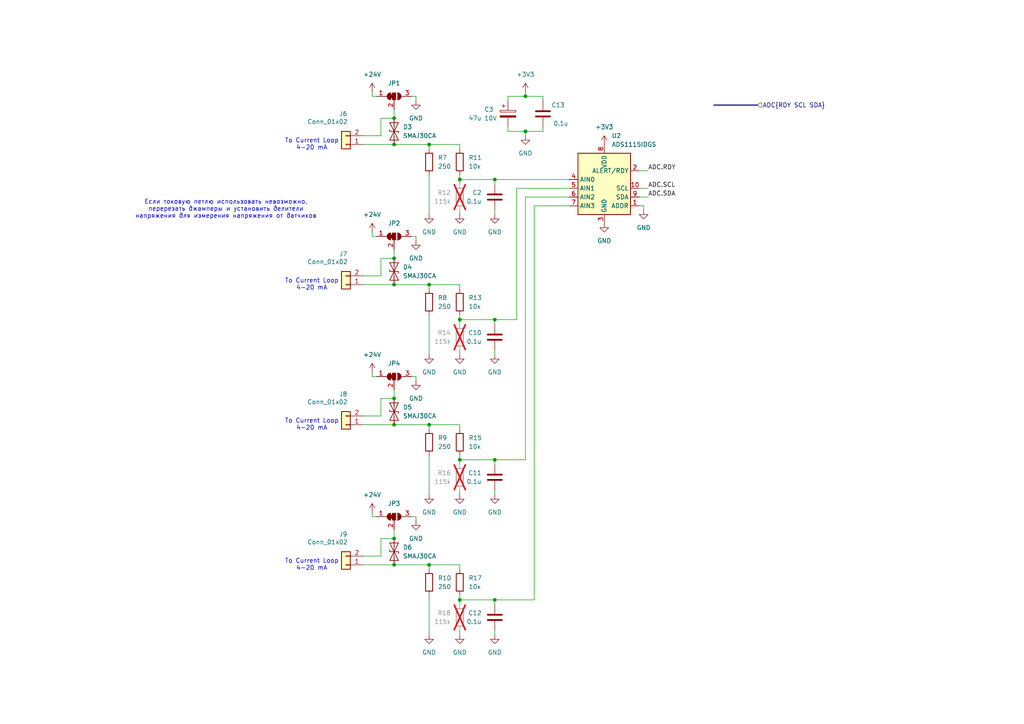
<source format=kicad_sch>
(kicad_sch
	(version 20250114)
	(generator "eeschema")
	(generator_version "9.0")
	(uuid "b7c88855-aaf6-4420-9c08-7ae657ea26c1")
	(paper "A4")
	(lib_symbols
		(symbol "Analog_ADC:ADS1115IDGS"
			(exclude_from_sim no)
			(in_bom yes)
			(on_board yes)
			(property "Reference" "U"
				(at 2.54 13.97 0)
				(effects
					(font
						(size 1.27 1.27)
					)
				)
			)
			(property "Value" "ADS1115IDGS"
				(at 7.62 11.43 0)
				(effects
					(font
						(size 1.27 1.27)
					)
				)
			)
			(property "Footprint" "Package_SO:TSSOP-10_3x3mm_P0.5mm"
				(at 0 -12.7 0)
				(effects
					(font
						(size 1.27 1.27)
					)
					(hide yes)
				)
			)
			(property "Datasheet" "http://www.ti.com/lit/ds/symlink/ads1113.pdf"
				(at -1.27 -22.86 0)
				(effects
					(font
						(size 1.27 1.27)
					)
					(hide yes)
				)
			)
			(property "Description" "Ultra-Small, Low-Power, I2C-Compatible, 860-SPS, 16-Bit ADCs With Internal Reference, Oscillator, and Programmable Comparator, VSSOP-10"
				(at 0 0 0)
				(effects
					(font
						(size 1.27 1.27)
					)
					(hide yes)
				)
			)
			(property "ki_keywords" "16 bit 4 channel I2C ADC"
				(at 0 0 0)
				(effects
					(font
						(size 1.27 1.27)
					)
					(hide yes)
				)
			)
			(property "ki_fp_filters" "TSSOP*3x3mm*P0.5mm*"
				(at 0 0 0)
				(effects
					(font
						(size 1.27 1.27)
					)
					(hide yes)
				)
			)
			(symbol "ADS1115IDGS_0_1"
				(rectangle
					(start -7.62 10.16)
					(end 7.62 -7.62)
					(stroke
						(width 0.254)
						(type default)
					)
					(fill
						(type background)
					)
				)
			)
			(symbol "ADS1115IDGS_1_1"
				(pin input line
					(at -10.16 2.54 0)
					(length 2.54)
					(name "AIN0"
						(effects
							(font
								(size 1.27 1.27)
							)
						)
					)
					(number "4"
						(effects
							(font
								(size 1.27 1.27)
							)
						)
					)
				)
				(pin input line
					(at -10.16 0 0)
					(length 2.54)
					(name "AIN1"
						(effects
							(font
								(size 1.27 1.27)
							)
						)
					)
					(number "5"
						(effects
							(font
								(size 1.27 1.27)
							)
						)
					)
				)
				(pin input line
					(at -10.16 -2.54 0)
					(length 2.54)
					(name "AIN2"
						(effects
							(font
								(size 1.27 1.27)
							)
						)
					)
					(number "6"
						(effects
							(font
								(size 1.27 1.27)
							)
						)
					)
				)
				(pin input line
					(at -10.16 -5.08 0)
					(length 2.54)
					(name "AIN3"
						(effects
							(font
								(size 1.27 1.27)
							)
						)
					)
					(number "7"
						(effects
							(font
								(size 1.27 1.27)
							)
						)
					)
				)
				(pin power_in line
					(at 0 12.7 270)
					(length 2.54)
					(name "VDD"
						(effects
							(font
								(size 1.27 1.27)
							)
						)
					)
					(number "8"
						(effects
							(font
								(size 1.27 1.27)
							)
						)
					)
				)
				(pin power_in line
					(at 0 -10.16 90)
					(length 2.54)
					(name "GND"
						(effects
							(font
								(size 1.27 1.27)
							)
						)
					)
					(number "3"
						(effects
							(font
								(size 1.27 1.27)
							)
						)
					)
				)
				(pin output line
					(at 10.16 5.08 180)
					(length 2.54)
					(name "ALERT/RDY"
						(effects
							(font
								(size 1.27 1.27)
							)
						)
					)
					(number "2"
						(effects
							(font
								(size 1.27 1.27)
							)
						)
					)
				)
				(pin input line
					(at 10.16 0 180)
					(length 2.54)
					(name "SCL"
						(effects
							(font
								(size 1.27 1.27)
							)
						)
					)
					(number "10"
						(effects
							(font
								(size 1.27 1.27)
							)
						)
					)
				)
				(pin bidirectional line
					(at 10.16 -2.54 180)
					(length 2.54)
					(name "SDA"
						(effects
							(font
								(size 1.27 1.27)
							)
						)
					)
					(number "9"
						(effects
							(font
								(size 1.27 1.27)
							)
						)
					)
				)
				(pin input line
					(at 10.16 -5.08 180)
					(length 2.54)
					(name "ADDR"
						(effects
							(font
								(size 1.27 1.27)
							)
						)
					)
					(number "1"
						(effects
							(font
								(size 1.27 1.27)
							)
						)
					)
				)
			)
			(embedded_fonts no)
		)
		(symbol "Connector_Generic:Conn_01x02"
			(pin_names
				(offset 1.016)
				(hide yes)
			)
			(exclude_from_sim no)
			(in_bom yes)
			(on_board yes)
			(property "Reference" "J"
				(at 0 2.54 0)
				(effects
					(font
						(size 1.27 1.27)
					)
				)
			)
			(property "Value" "Conn_01x02"
				(at 0 -5.08 0)
				(effects
					(font
						(size 1.27 1.27)
					)
				)
			)
			(property "Footprint" ""
				(at 0 0 0)
				(effects
					(font
						(size 1.27 1.27)
					)
					(hide yes)
				)
			)
			(property "Datasheet" "~"
				(at 0 0 0)
				(effects
					(font
						(size 1.27 1.27)
					)
					(hide yes)
				)
			)
			(property "Description" "Generic connector, single row, 01x02, script generated (kicad-library-utils/schlib/autogen/connector/)"
				(at 0 0 0)
				(effects
					(font
						(size 1.27 1.27)
					)
					(hide yes)
				)
			)
			(property "ki_keywords" "connector"
				(at 0 0 0)
				(effects
					(font
						(size 1.27 1.27)
					)
					(hide yes)
				)
			)
			(property "ki_fp_filters" "Connector*:*_1x??_*"
				(at 0 0 0)
				(effects
					(font
						(size 1.27 1.27)
					)
					(hide yes)
				)
			)
			(symbol "Conn_01x02_1_1"
				(rectangle
					(start -1.27 1.27)
					(end 1.27 -3.81)
					(stroke
						(width 0.254)
						(type default)
					)
					(fill
						(type background)
					)
				)
				(rectangle
					(start -1.27 0.127)
					(end 0 -0.127)
					(stroke
						(width 0.1524)
						(type default)
					)
					(fill
						(type none)
					)
				)
				(rectangle
					(start -1.27 -2.413)
					(end 0 -2.667)
					(stroke
						(width 0.1524)
						(type default)
					)
					(fill
						(type none)
					)
				)
				(pin passive line
					(at -5.08 0 0)
					(length 3.81)
					(name "Pin_1"
						(effects
							(font
								(size 1.27 1.27)
							)
						)
					)
					(number "1"
						(effects
							(font
								(size 1.27 1.27)
							)
						)
					)
				)
				(pin passive line
					(at -5.08 -2.54 0)
					(length 3.81)
					(name "Pin_2"
						(effects
							(font
								(size 1.27 1.27)
							)
						)
					)
					(number "2"
						(effects
							(font
								(size 1.27 1.27)
							)
						)
					)
				)
			)
			(embedded_fonts no)
		)
		(symbol "Device:C"
			(pin_numbers
				(hide yes)
			)
			(pin_names
				(offset 0.254)
			)
			(exclude_from_sim no)
			(in_bom yes)
			(on_board yes)
			(property "Reference" "C"
				(at 0.635 2.54 0)
				(effects
					(font
						(size 1.27 1.27)
					)
					(justify left)
				)
			)
			(property "Value" "C"
				(at 0.635 -2.54 0)
				(effects
					(font
						(size 1.27 1.27)
					)
					(justify left)
				)
			)
			(property "Footprint" ""
				(at 0.9652 -3.81 0)
				(effects
					(font
						(size 1.27 1.27)
					)
					(hide yes)
				)
			)
			(property "Datasheet" "~"
				(at 0 0 0)
				(effects
					(font
						(size 1.27 1.27)
					)
					(hide yes)
				)
			)
			(property "Description" "Unpolarized capacitor"
				(at 0 0 0)
				(effects
					(font
						(size 1.27 1.27)
					)
					(hide yes)
				)
			)
			(property "ki_keywords" "cap capacitor"
				(at 0 0 0)
				(effects
					(font
						(size 1.27 1.27)
					)
					(hide yes)
				)
			)
			(property "ki_fp_filters" "C_*"
				(at 0 0 0)
				(effects
					(font
						(size 1.27 1.27)
					)
					(hide yes)
				)
			)
			(symbol "C_0_1"
				(polyline
					(pts
						(xy -2.032 0.762) (xy 2.032 0.762)
					)
					(stroke
						(width 0.508)
						(type default)
					)
					(fill
						(type none)
					)
				)
				(polyline
					(pts
						(xy -2.032 -0.762) (xy 2.032 -0.762)
					)
					(stroke
						(width 0.508)
						(type default)
					)
					(fill
						(type none)
					)
				)
			)
			(symbol "C_1_1"
				(pin passive line
					(at 0 3.81 270)
					(length 2.794)
					(name "~"
						(effects
							(font
								(size 1.27 1.27)
							)
						)
					)
					(number "1"
						(effects
							(font
								(size 1.27 1.27)
							)
						)
					)
				)
				(pin passive line
					(at 0 -3.81 90)
					(length 2.794)
					(name "~"
						(effects
							(font
								(size 1.27 1.27)
							)
						)
					)
					(number "2"
						(effects
							(font
								(size 1.27 1.27)
							)
						)
					)
				)
			)
			(embedded_fonts no)
		)
		(symbol "Device:C_Polarized"
			(pin_numbers
				(hide yes)
			)
			(pin_names
				(offset 0.254)
			)
			(exclude_from_sim no)
			(in_bom yes)
			(on_board yes)
			(property "Reference" "C"
				(at 0.635 2.54 0)
				(effects
					(font
						(size 1.27 1.27)
					)
					(justify left)
				)
			)
			(property "Value" "C_Polarized"
				(at 0.635 -2.54 0)
				(effects
					(font
						(size 1.27 1.27)
					)
					(justify left)
				)
			)
			(property "Footprint" ""
				(at 0.9652 -3.81 0)
				(effects
					(font
						(size 1.27 1.27)
					)
					(hide yes)
				)
			)
			(property "Datasheet" "~"
				(at 0 0 0)
				(effects
					(font
						(size 1.27 1.27)
					)
					(hide yes)
				)
			)
			(property "Description" "Polarized capacitor"
				(at 0 0 0)
				(effects
					(font
						(size 1.27 1.27)
					)
					(hide yes)
				)
			)
			(property "ki_keywords" "cap capacitor"
				(at 0 0 0)
				(effects
					(font
						(size 1.27 1.27)
					)
					(hide yes)
				)
			)
			(property "ki_fp_filters" "CP_*"
				(at 0 0 0)
				(effects
					(font
						(size 1.27 1.27)
					)
					(hide yes)
				)
			)
			(symbol "C_Polarized_0_1"
				(rectangle
					(start -2.286 0.508)
					(end 2.286 1.016)
					(stroke
						(width 0)
						(type default)
					)
					(fill
						(type none)
					)
				)
				(polyline
					(pts
						(xy -1.778 2.286) (xy -0.762 2.286)
					)
					(stroke
						(width 0)
						(type default)
					)
					(fill
						(type none)
					)
				)
				(polyline
					(pts
						(xy -1.27 2.794) (xy -1.27 1.778)
					)
					(stroke
						(width 0)
						(type default)
					)
					(fill
						(type none)
					)
				)
				(rectangle
					(start 2.286 -0.508)
					(end -2.286 -1.016)
					(stroke
						(width 0)
						(type default)
					)
					(fill
						(type outline)
					)
				)
			)
			(symbol "C_Polarized_1_1"
				(pin passive line
					(at 0 3.81 270)
					(length 2.794)
					(name "~"
						(effects
							(font
								(size 1.27 1.27)
							)
						)
					)
					(number "1"
						(effects
							(font
								(size 1.27 1.27)
							)
						)
					)
				)
				(pin passive line
					(at 0 -3.81 90)
					(length 2.794)
					(name "~"
						(effects
							(font
								(size 1.27 1.27)
							)
						)
					)
					(number "2"
						(effects
							(font
								(size 1.27 1.27)
							)
						)
					)
				)
			)
			(embedded_fonts no)
		)
		(symbol "Device:R"
			(pin_numbers
				(hide yes)
			)
			(pin_names
				(offset 0)
			)
			(exclude_from_sim no)
			(in_bom yes)
			(on_board yes)
			(property "Reference" "R"
				(at 2.032 0 90)
				(effects
					(font
						(size 1.27 1.27)
					)
				)
			)
			(property "Value" "R"
				(at 0 0 90)
				(effects
					(font
						(size 1.27 1.27)
					)
				)
			)
			(property "Footprint" ""
				(at -1.778 0 90)
				(effects
					(font
						(size 1.27 1.27)
					)
					(hide yes)
				)
			)
			(property "Datasheet" "~"
				(at 0 0 0)
				(effects
					(font
						(size 1.27 1.27)
					)
					(hide yes)
				)
			)
			(property "Description" "Resistor"
				(at 0 0 0)
				(effects
					(font
						(size 1.27 1.27)
					)
					(hide yes)
				)
			)
			(property "ki_keywords" "R res resistor"
				(at 0 0 0)
				(effects
					(font
						(size 1.27 1.27)
					)
					(hide yes)
				)
			)
			(property "ki_fp_filters" "R_*"
				(at 0 0 0)
				(effects
					(font
						(size 1.27 1.27)
					)
					(hide yes)
				)
			)
			(symbol "R_0_1"
				(rectangle
					(start -1.016 -2.54)
					(end 1.016 2.54)
					(stroke
						(width 0.254)
						(type default)
					)
					(fill
						(type none)
					)
				)
			)
			(symbol "R_1_1"
				(pin passive line
					(at 0 3.81 270)
					(length 1.27)
					(name "~"
						(effects
							(font
								(size 1.27 1.27)
							)
						)
					)
					(number "1"
						(effects
							(font
								(size 1.27 1.27)
							)
						)
					)
				)
				(pin passive line
					(at 0 -3.81 90)
					(length 1.27)
					(name "~"
						(effects
							(font
								(size 1.27 1.27)
							)
						)
					)
					(number "2"
						(effects
							(font
								(size 1.27 1.27)
							)
						)
					)
				)
			)
			(embedded_fonts no)
		)
		(symbol "Diode:SMAJ30CA"
			(pin_numbers
				(hide yes)
			)
			(pin_names
				(offset 1.016)
				(hide yes)
			)
			(exclude_from_sim no)
			(in_bom yes)
			(on_board yes)
			(property "Reference" "D"
				(at 0 2.54 0)
				(effects
					(font
						(size 1.27 1.27)
					)
				)
			)
			(property "Value" "SMAJ30CA"
				(at 0 -2.54 0)
				(effects
					(font
						(size 1.27 1.27)
					)
				)
			)
			(property "Footprint" "Diode_SMD:D_SMA"
				(at 0 -5.08 0)
				(effects
					(font
						(size 1.27 1.27)
					)
					(hide yes)
				)
			)
			(property "Datasheet" "https://www.littelfuse.com/media?resourcetype=datasheets&itemid=75e32973-b177-4ee3-a0ff-cedaf1abdb93&filename=smaj-datasheet"
				(at 0 0 0)
				(effects
					(font
						(size 1.27 1.27)
					)
					(hide yes)
				)
			)
			(property "Description" "400W bidirectional Transient Voltage Suppressor, 30.0Vr, SMA(DO-214AC)"
				(at 0 0 0)
				(effects
					(font
						(size 1.27 1.27)
					)
					(hide yes)
				)
			)
			(property "ki_keywords" "bidirectional diode TVS voltage suppressor"
				(at 0 0 0)
				(effects
					(font
						(size 1.27 1.27)
					)
					(hide yes)
				)
			)
			(property "ki_fp_filters" "D*SMA*"
				(at 0 0 0)
				(effects
					(font
						(size 1.27 1.27)
					)
					(hide yes)
				)
			)
			(symbol "SMAJ30CA_0_1"
				(polyline
					(pts
						(xy -2.54 -1.27) (xy 0 0) (xy -2.54 1.27) (xy -2.54 -1.27)
					)
					(stroke
						(width 0.2032)
						(type default)
					)
					(fill
						(type none)
					)
				)
				(polyline
					(pts
						(xy 0.508 1.27) (xy 0 1.27) (xy 0 -1.27) (xy -0.508 -1.27)
					)
					(stroke
						(width 0.2032)
						(type default)
					)
					(fill
						(type none)
					)
				)
				(polyline
					(pts
						(xy 1.27 0) (xy -1.27 0)
					)
					(stroke
						(width 0)
						(type default)
					)
					(fill
						(type none)
					)
				)
				(polyline
					(pts
						(xy 2.54 1.27) (xy 2.54 -1.27) (xy 0 0) (xy 2.54 1.27)
					)
					(stroke
						(width 0.2032)
						(type default)
					)
					(fill
						(type none)
					)
				)
			)
			(symbol "SMAJ30CA_1_1"
				(pin passive line
					(at -3.81 0 0)
					(length 2.54)
					(name "A1"
						(effects
							(font
								(size 1.27 1.27)
							)
						)
					)
					(number "1"
						(effects
							(font
								(size 1.27 1.27)
							)
						)
					)
				)
				(pin passive line
					(at 3.81 0 180)
					(length 2.54)
					(name "A2"
						(effects
							(font
								(size 1.27 1.27)
							)
						)
					)
					(number "2"
						(effects
							(font
								(size 1.27 1.27)
							)
						)
					)
				)
			)
			(embedded_fonts no)
		)
		(symbol "Jumper:SolderJumper_3_Bridged12"
			(pin_names
				(offset 0)
				(hide yes)
			)
			(exclude_from_sim no)
			(in_bom no)
			(on_board yes)
			(property "Reference" "JP"
				(at -2.54 -2.54 0)
				(effects
					(font
						(size 1.27 1.27)
					)
				)
			)
			(property "Value" "SolderJumper_3_Bridged12"
				(at 0 2.794 0)
				(effects
					(font
						(size 1.27 1.27)
					)
				)
			)
			(property "Footprint" ""
				(at 0 0 0)
				(effects
					(font
						(size 1.27 1.27)
					)
					(hide yes)
				)
			)
			(property "Datasheet" "~"
				(at 0 0 0)
				(effects
					(font
						(size 1.27 1.27)
					)
					(hide yes)
				)
			)
			(property "Description" "3-pole Solder Jumper, pins 1+2 closed/bridged"
				(at 0 0 0)
				(effects
					(font
						(size 1.27 1.27)
					)
					(hide yes)
				)
			)
			(property "ki_keywords" "Solder Jumper SPDT"
				(at 0 0 0)
				(effects
					(font
						(size 1.27 1.27)
					)
					(hide yes)
				)
			)
			(property "ki_fp_filters" "SolderJumper*Bridged12*"
				(at 0 0 0)
				(effects
					(font
						(size 1.27 1.27)
					)
					(hide yes)
				)
			)
			(symbol "SolderJumper_3_Bridged12_0_1"
				(polyline
					(pts
						(xy -2.54 0) (xy -2.032 0)
					)
					(stroke
						(width 0)
						(type default)
					)
					(fill
						(type none)
					)
				)
				(polyline
					(pts
						(xy -1.016 1.016) (xy -1.016 -1.016)
					)
					(stroke
						(width 0)
						(type default)
					)
					(fill
						(type none)
					)
				)
				(rectangle
					(start -1.016 0.508)
					(end -0.508 -0.508)
					(stroke
						(width 0)
						(type default)
					)
					(fill
						(type outline)
					)
				)
				(arc
					(start -1.016 -1.016)
					(mid -2.0276 0)
					(end -1.016 1.016)
					(stroke
						(width 0)
						(type default)
					)
					(fill
						(type none)
					)
				)
				(arc
					(start -1.016 -1.016)
					(mid -2.0276 0)
					(end -1.016 1.016)
					(stroke
						(width 0)
						(type default)
					)
					(fill
						(type outline)
					)
				)
				(rectangle
					(start -0.508 1.016)
					(end 0.508 -1.016)
					(stroke
						(width 0)
						(type default)
					)
					(fill
						(type outline)
					)
				)
				(polyline
					(pts
						(xy 0 -1.27) (xy 0 -1.016)
					)
					(stroke
						(width 0)
						(type default)
					)
					(fill
						(type none)
					)
				)
				(arc
					(start 1.016 1.016)
					(mid 2.0276 0)
					(end 1.016 -1.016)
					(stroke
						(width 0)
						(type default)
					)
					(fill
						(type none)
					)
				)
				(arc
					(start 1.016 1.016)
					(mid 2.0276 0)
					(end 1.016 -1.016)
					(stroke
						(width 0)
						(type default)
					)
					(fill
						(type outline)
					)
				)
				(polyline
					(pts
						(xy 1.016 1.016) (xy 1.016 -1.016)
					)
					(stroke
						(width 0)
						(type default)
					)
					(fill
						(type none)
					)
				)
				(polyline
					(pts
						(xy 2.54 0) (xy 2.032 0)
					)
					(stroke
						(width 0)
						(type default)
					)
					(fill
						(type none)
					)
				)
			)
			(symbol "SolderJumper_3_Bridged12_1_1"
				(pin passive line
					(at -5.08 0 0)
					(length 2.54)
					(name "A"
						(effects
							(font
								(size 1.27 1.27)
							)
						)
					)
					(number "1"
						(effects
							(font
								(size 1.27 1.27)
							)
						)
					)
				)
				(pin passive line
					(at 0 -3.81 90)
					(length 2.54)
					(name "C"
						(effects
							(font
								(size 1.27 1.27)
							)
						)
					)
					(number "2"
						(effects
							(font
								(size 1.27 1.27)
							)
						)
					)
				)
				(pin passive line
					(at 5.08 0 180)
					(length 2.54)
					(name "B"
						(effects
							(font
								(size 1.27 1.27)
							)
						)
					)
					(number "3"
						(effects
							(font
								(size 1.27 1.27)
							)
						)
					)
				)
			)
			(embedded_fonts no)
		)
		(symbol "power:+24V"
			(power)
			(pin_numbers
				(hide yes)
			)
			(pin_names
				(offset 0)
				(hide yes)
			)
			(exclude_from_sim no)
			(in_bom yes)
			(on_board yes)
			(property "Reference" "#PWR"
				(at 0 -3.81 0)
				(effects
					(font
						(size 1.27 1.27)
					)
					(hide yes)
				)
			)
			(property "Value" "+24V"
				(at 0 3.556 0)
				(effects
					(font
						(size 1.27 1.27)
					)
				)
			)
			(property "Footprint" ""
				(at 0 0 0)
				(effects
					(font
						(size 1.27 1.27)
					)
					(hide yes)
				)
			)
			(property "Datasheet" ""
				(at 0 0 0)
				(effects
					(font
						(size 1.27 1.27)
					)
					(hide yes)
				)
			)
			(property "Description" "Power symbol creates a global label with name \"+24V\""
				(at 0 0 0)
				(effects
					(font
						(size 1.27 1.27)
					)
					(hide yes)
				)
			)
			(property "ki_keywords" "global power"
				(at 0 0 0)
				(effects
					(font
						(size 1.27 1.27)
					)
					(hide yes)
				)
			)
			(symbol "+24V_0_1"
				(polyline
					(pts
						(xy -0.762 1.27) (xy 0 2.54)
					)
					(stroke
						(width 0)
						(type default)
					)
					(fill
						(type none)
					)
				)
				(polyline
					(pts
						(xy 0 2.54) (xy 0.762 1.27)
					)
					(stroke
						(width 0)
						(type default)
					)
					(fill
						(type none)
					)
				)
				(polyline
					(pts
						(xy 0 0) (xy 0 2.54)
					)
					(stroke
						(width 0)
						(type default)
					)
					(fill
						(type none)
					)
				)
			)
			(symbol "+24V_1_1"
				(pin power_in line
					(at 0 0 90)
					(length 0)
					(name "~"
						(effects
							(font
								(size 1.27 1.27)
							)
						)
					)
					(number "1"
						(effects
							(font
								(size 1.27 1.27)
							)
						)
					)
				)
			)
			(embedded_fonts no)
		)
		(symbol "power:+3V3"
			(power)
			(pin_numbers
				(hide yes)
			)
			(pin_names
				(offset 0)
				(hide yes)
			)
			(exclude_from_sim no)
			(in_bom yes)
			(on_board yes)
			(property "Reference" "#PWR"
				(at 0 -3.81 0)
				(effects
					(font
						(size 1.27 1.27)
					)
					(hide yes)
				)
			)
			(property "Value" "+3V3"
				(at 0 3.556 0)
				(effects
					(font
						(size 1.27 1.27)
					)
				)
			)
			(property "Footprint" ""
				(at 0 0 0)
				(effects
					(font
						(size 1.27 1.27)
					)
					(hide yes)
				)
			)
			(property "Datasheet" ""
				(at 0 0 0)
				(effects
					(font
						(size 1.27 1.27)
					)
					(hide yes)
				)
			)
			(property "Description" "Power symbol creates a global label with name \"+3V3\""
				(at 0 0 0)
				(effects
					(font
						(size 1.27 1.27)
					)
					(hide yes)
				)
			)
			(property "ki_keywords" "global power"
				(at 0 0 0)
				(effects
					(font
						(size 1.27 1.27)
					)
					(hide yes)
				)
			)
			(symbol "+3V3_0_1"
				(polyline
					(pts
						(xy -0.762 1.27) (xy 0 2.54)
					)
					(stroke
						(width 0)
						(type default)
					)
					(fill
						(type none)
					)
				)
				(polyline
					(pts
						(xy 0 2.54) (xy 0.762 1.27)
					)
					(stroke
						(width 0)
						(type default)
					)
					(fill
						(type none)
					)
				)
				(polyline
					(pts
						(xy 0 0) (xy 0 2.54)
					)
					(stroke
						(width 0)
						(type default)
					)
					(fill
						(type none)
					)
				)
			)
			(symbol "+3V3_1_1"
				(pin power_in line
					(at 0 0 90)
					(length 0)
					(name "~"
						(effects
							(font
								(size 1.27 1.27)
							)
						)
					)
					(number "1"
						(effects
							(font
								(size 1.27 1.27)
							)
						)
					)
				)
			)
			(embedded_fonts no)
		)
		(symbol "power:GND"
			(power)
			(pin_numbers
				(hide yes)
			)
			(pin_names
				(offset 0)
				(hide yes)
			)
			(exclude_from_sim no)
			(in_bom yes)
			(on_board yes)
			(property "Reference" "#PWR"
				(at 0 -6.35 0)
				(effects
					(font
						(size 1.27 1.27)
					)
					(hide yes)
				)
			)
			(property "Value" "GND"
				(at 0 -3.81 0)
				(effects
					(font
						(size 1.27 1.27)
					)
				)
			)
			(property "Footprint" ""
				(at 0 0 0)
				(effects
					(font
						(size 1.27 1.27)
					)
					(hide yes)
				)
			)
			(property "Datasheet" ""
				(at 0 0 0)
				(effects
					(font
						(size 1.27 1.27)
					)
					(hide yes)
				)
			)
			(property "Description" "Power symbol creates a global label with name \"GND\" , ground"
				(at 0 0 0)
				(effects
					(font
						(size 1.27 1.27)
					)
					(hide yes)
				)
			)
			(property "ki_keywords" "global power"
				(at 0 0 0)
				(effects
					(font
						(size 1.27 1.27)
					)
					(hide yes)
				)
			)
			(symbol "GND_0_1"
				(polyline
					(pts
						(xy 0 0) (xy 0 -1.27) (xy 1.27 -1.27) (xy 0 -2.54) (xy -1.27 -1.27) (xy 0 -1.27)
					)
					(stroke
						(width 0)
						(type default)
					)
					(fill
						(type none)
					)
				)
			)
			(symbol "GND_1_1"
				(pin power_in line
					(at 0 0 270)
					(length 0)
					(name "~"
						(effects
							(font
								(size 1.27 1.27)
							)
						)
					)
					(number "1"
						(effects
							(font
								(size 1.27 1.27)
							)
						)
					)
				)
			)
			(embedded_fonts no)
		)
	)
	(text "To Current Loop\n4-20 mA"
		(exclude_from_sim no)
		(at 90.424 123.19 0)
		(effects
			(font
				(size 1.27 1.27)
			)
		)
		(uuid "1b7a4c4b-bc55-4a59-aa94-dce84b627b38")
	)
	(text "To Current Loop\n4-20 mA"
		(exclude_from_sim no)
		(at 90.424 41.91 0)
		(effects
			(font
				(size 1.27 1.27)
			)
		)
		(uuid "2b263bb1-0a86-47b9-b49b-706a2dbf3c1b")
	)
	(text "To Current Loop\n4-20 mA"
		(exclude_from_sim no)
		(at 90.424 82.55 0)
		(effects
			(font
				(size 1.27 1.27)
			)
		)
		(uuid "ad03a545-05b8-461c-a862-da2c8702e1cf")
	)
	(text "Если токовую петлю использовать невозможно,\nперерезать джамперы и установить делители\nнапряжения для измерения напряжения от датчиков"
		(exclude_from_sim no)
		(at 65.532 60.706 0)
		(effects
			(font
				(size 1.27 1.27)
			)
		)
		(uuid "b1d582aa-c710-414d-9b3f-ccad99f669e0")
	)
	(text "To Current Loop\n4-20 mA"
		(exclude_from_sim no)
		(at 90.424 163.83 0)
		(effects
			(font
				(size 1.27 1.27)
			)
		)
		(uuid "b3a535c2-225a-4f5e-bb15-79390800b99d")
	)
	(junction
		(at 124.46 163.83)
		(diameter 0)
		(color 0 0 0 0)
		(uuid "0828243b-b45e-4084-892b-eeb5123e0d6b")
	)
	(junction
		(at 114.3 82.55)
		(diameter 0)
		(color 0 0 0 0)
		(uuid "1e2fb0cb-c758-4ad2-81de-e4a11cacc20e")
	)
	(junction
		(at 133.35 133.35)
		(diameter 0)
		(color 0 0 0 0)
		(uuid "3d65df70-8449-45c3-8b17-0cd31f647a65")
	)
	(junction
		(at 143.51 52.07)
		(diameter 0)
		(color 0 0 0 0)
		(uuid "44316512-e684-4f54-b020-537e5b57d7b2")
	)
	(junction
		(at 143.51 92.71)
		(diameter 0)
		(color 0 0 0 0)
		(uuid "558f81eb-c2c2-4e4b-9364-008433496816")
	)
	(junction
		(at 143.51 173.99)
		(diameter 0)
		(color 0 0 0 0)
		(uuid "5c842930-5a71-4944-b99b-8b539547d78b")
	)
	(junction
		(at 114.3 41.91)
		(diameter 0)
		(color 0 0 0 0)
		(uuid "6c6e88a6-a8f5-495e-ad15-2a8ba1107dc9")
	)
	(junction
		(at 124.46 123.19)
		(diameter 0)
		(color 0 0 0 0)
		(uuid "701ef238-363a-4c7b-a074-afacdb36c8fe")
	)
	(junction
		(at 114.3 74.93)
		(diameter 0)
		(color 0 0 0 0)
		(uuid "862e69a1-1189-4a00-8c9b-41c859d6d978")
	)
	(junction
		(at 133.35 173.99)
		(diameter 0)
		(color 0 0 0 0)
		(uuid "89146a36-932e-4e67-ba8a-06f9c2564891")
	)
	(junction
		(at 152.4 38.1)
		(diameter 0)
		(color 0 0 0 0)
		(uuid "8c828085-fbfc-4314-8362-6a173233f175")
	)
	(junction
		(at 114.3 123.19)
		(diameter 0)
		(color 0 0 0 0)
		(uuid "8d0a1d36-f5d6-4ce6-8fae-0bb130a1ff1e")
	)
	(junction
		(at 114.3 115.57)
		(diameter 0)
		(color 0 0 0 0)
		(uuid "8d173087-6c41-4a58-ae0e-2add1c325069")
	)
	(junction
		(at 152.4 27.94)
		(diameter 0)
		(color 0 0 0 0)
		(uuid "91abc554-e473-444a-9513-c4369d8763f5")
	)
	(junction
		(at 114.3 34.29)
		(diameter 0)
		(color 0 0 0 0)
		(uuid "9286d126-f485-49fc-ac12-02d7141d3e72")
	)
	(junction
		(at 114.3 156.21)
		(diameter 0)
		(color 0 0 0 0)
		(uuid "9a360e6c-70a8-48f8-97df-1496b82b0992")
	)
	(junction
		(at 124.46 41.91)
		(diameter 0)
		(color 0 0 0 0)
		(uuid "9a3e1767-7ff2-4e61-93f9-ace8002661c0")
	)
	(junction
		(at 143.51 133.35)
		(diameter 0)
		(color 0 0 0 0)
		(uuid "9a5fb7ad-565d-4f43-bc31-6212ac2e72ef")
	)
	(junction
		(at 133.35 92.71)
		(diameter 0)
		(color 0 0 0 0)
		(uuid "9be78691-fa0c-448c-b5b1-db484de02e01")
	)
	(junction
		(at 133.35 52.07)
		(diameter 0)
		(color 0 0 0 0)
		(uuid "b59a4b1c-271d-4435-b399-eabcb9b71bbd")
	)
	(junction
		(at 114.3 163.83)
		(diameter 0)
		(color 0 0 0 0)
		(uuid "bbc1afad-c202-49f8-9939-679059bbfa7e")
	)
	(junction
		(at 124.46 82.55)
		(diameter 0)
		(color 0 0 0 0)
		(uuid "d367a7d2-c73d-47bd-a473-2a862ca28f0e")
	)
	(wire
		(pts
			(xy 107.95 109.22) (xy 109.22 109.22)
		)
		(stroke
			(width 0)
			(type default)
		)
		(uuid "006fcd89-c892-4c78-afa1-5cac426ed62f")
	)
	(wire
		(pts
			(xy 165.1 59.69) (xy 154.94 59.69)
		)
		(stroke
			(width 0)
			(type default)
		)
		(uuid "00a0a768-bc50-4550-8ed5-3e5e00c9f621")
	)
	(wire
		(pts
			(xy 143.51 62.23) (xy 143.51 60.96)
		)
		(stroke
			(width 0)
			(type default)
		)
		(uuid "01b32aea-ae2d-4757-bd83-392f90305d3b")
	)
	(wire
		(pts
			(xy 114.3 163.83) (xy 124.46 163.83)
		)
		(stroke
			(width 0)
			(type default)
		)
		(uuid "07a52893-b6a8-4d3c-b89c-378bf1d56bda")
	)
	(wire
		(pts
			(xy 152.4 26.67) (xy 152.4 27.94)
		)
		(stroke
			(width 0)
			(type default)
		)
		(uuid "09d9be7e-a75b-4e7b-8ab5-64cc35a2e16d")
	)
	(wire
		(pts
			(xy 105.41 82.55) (xy 114.3 82.55)
		)
		(stroke
			(width 0)
			(type default)
		)
		(uuid "0db9c797-f426-4b31-93e4-e5fed07ff4b3")
	)
	(wire
		(pts
			(xy 143.51 52.07) (xy 133.35 52.07)
		)
		(stroke
			(width 0)
			(type default)
		)
		(uuid "118208d4-9769-4e39-be4b-cfa72ef94c0e")
	)
	(wire
		(pts
			(xy 143.51 92.71) (xy 143.51 93.98)
		)
		(stroke
			(width 0)
			(type default)
		)
		(uuid "12f76427-13dc-47c4-9985-01ad376074c3")
	)
	(wire
		(pts
			(xy 114.3 41.91) (xy 124.46 41.91)
		)
		(stroke
			(width 0)
			(type default)
		)
		(uuid "153b57bf-e8c9-43a6-ae5a-9f4079fb444f")
	)
	(wire
		(pts
			(xy 133.35 60.96) (xy 133.35 62.23)
		)
		(stroke
			(width 0)
			(type default)
		)
		(uuid "18beb6cd-632e-4738-9f04-6f65fadff65c")
	)
	(wire
		(pts
			(xy 110.49 156.21) (xy 114.3 156.21)
		)
		(stroke
			(width 0)
			(type default)
		)
		(uuid "18e00042-e6f1-421a-83f5-9c42bae6ff48")
	)
	(wire
		(pts
			(xy 114.3 115.57) (xy 114.3 113.03)
		)
		(stroke
			(width 0)
			(type default)
		)
		(uuid "1dbf45de-28a1-47bd-bc60-5368043eef24")
	)
	(wire
		(pts
			(xy 133.35 92.71) (xy 133.35 93.98)
		)
		(stroke
			(width 0)
			(type default)
		)
		(uuid "1e32db2b-4607-446d-a1d3-741bdc657578")
	)
	(wire
		(pts
			(xy 124.46 123.19) (xy 133.35 123.19)
		)
		(stroke
			(width 0)
			(type default)
		)
		(uuid "202aacc3-066a-4e6c-950e-7c9684f4f67c")
	)
	(wire
		(pts
			(xy 152.4 133.35) (xy 143.51 133.35)
		)
		(stroke
			(width 0)
			(type default)
		)
		(uuid "20a6ff8e-1138-4522-be2d-ce35060bd53c")
	)
	(wire
		(pts
			(xy 133.35 172.72) (xy 133.35 173.99)
		)
		(stroke
			(width 0)
			(type default)
		)
		(uuid "27227a72-9617-4879-b5a8-61c32a3966c3")
	)
	(wire
		(pts
			(xy 186.69 59.69) (xy 186.69 60.96)
		)
		(stroke
			(width 0)
			(type default)
		)
		(uuid "27668305-90eb-4e30-b6bc-c09e896e057c")
	)
	(wire
		(pts
			(xy 114.3 31.75) (xy 114.3 34.29)
		)
		(stroke
			(width 0)
			(type default)
		)
		(uuid "2c9c0be5-b035-41eb-b6c3-dd04b6c42a1c")
	)
	(wire
		(pts
			(xy 107.95 149.86) (xy 109.22 149.86)
		)
		(stroke
			(width 0)
			(type default)
		)
		(uuid "338a0dc7-45d9-44da-8daf-fe8e360c7741")
	)
	(wire
		(pts
			(xy 143.51 184.15) (xy 143.51 182.88)
		)
		(stroke
			(width 0)
			(type default)
		)
		(uuid "33cb7b24-30e0-4050-9f1c-ff0b8f5d37e0")
	)
	(wire
		(pts
			(xy 124.46 82.55) (xy 133.35 82.55)
		)
		(stroke
			(width 0)
			(type default)
		)
		(uuid "34a58fd5-40db-4b3b-bac3-fc8f965468d1")
	)
	(wire
		(pts
			(xy 147.32 29.21) (xy 147.32 27.94)
		)
		(stroke
			(width 0)
			(type default)
		)
		(uuid "357298ba-ab94-42b8-b290-59b1e1f084a9")
	)
	(wire
		(pts
			(xy 133.35 182.88) (xy 133.35 184.15)
		)
		(stroke
			(width 0)
			(type default)
		)
		(uuid "36b80b1d-902f-4276-92a4-4d850c1dd53d")
	)
	(wire
		(pts
			(xy 133.35 132.08) (xy 133.35 133.35)
		)
		(stroke
			(width 0)
			(type default)
		)
		(uuid "39ddfa40-3261-4bb3-8e37-4dce35f4e00c")
	)
	(wire
		(pts
			(xy 143.51 133.35) (xy 143.51 134.62)
		)
		(stroke
			(width 0)
			(type default)
		)
		(uuid "3c00c461-3ddf-4cdd-beb3-3a0f76374234")
	)
	(wire
		(pts
			(xy 133.35 173.99) (xy 133.35 175.26)
		)
		(stroke
			(width 0)
			(type default)
		)
		(uuid "3e97aa5a-f7ca-4764-9bbb-0df0421401c1")
	)
	(bus
		(pts
			(xy 207.01 30.48) (xy 219.71 30.48)
		)
		(stroke
			(width 0)
			(type default)
		)
		(uuid "43223614-dbe0-4f37-bdab-7cb22b563d78")
	)
	(wire
		(pts
			(xy 133.35 133.35) (xy 133.35 134.62)
		)
		(stroke
			(width 0)
			(type default)
		)
		(uuid "4384ff6d-d753-483d-b73e-24dcd7a0620c")
	)
	(wire
		(pts
			(xy 114.3 123.19) (xy 124.46 123.19)
		)
		(stroke
			(width 0)
			(type default)
		)
		(uuid "444b0f6f-d732-4f3d-936a-03fee56816ff")
	)
	(wire
		(pts
			(xy 165.1 54.61) (xy 149.86 54.61)
		)
		(stroke
			(width 0)
			(type default)
		)
		(uuid "44b1d3ca-c571-40a0-a886-33142acc95b8")
	)
	(wire
		(pts
			(xy 107.95 68.58) (xy 109.22 68.58)
		)
		(stroke
			(width 0)
			(type default)
		)
		(uuid "45b62945-12b1-4f14-b662-e4c1ec2d00da")
	)
	(wire
		(pts
			(xy 133.35 50.8) (xy 133.35 52.07)
		)
		(stroke
			(width 0)
			(type default)
		)
		(uuid "48736bf2-095b-4429-be30-fe0908d5fbd5")
	)
	(wire
		(pts
			(xy 147.32 36.83) (xy 147.32 38.1)
		)
		(stroke
			(width 0)
			(type default)
		)
		(uuid "5071a1f4-5435-4bc0-a1dc-f6d4cb3ac781")
	)
	(wire
		(pts
			(xy 147.32 38.1) (xy 152.4 38.1)
		)
		(stroke
			(width 0)
			(type default)
		)
		(uuid "50876f24-8109-4fc2-aa1a-819173bd9c9b")
	)
	(wire
		(pts
			(xy 147.32 27.94) (xy 152.4 27.94)
		)
		(stroke
			(width 0)
			(type default)
		)
		(uuid "51cb8c76-4fa7-4dd6-b2e0-cc5c28b518de")
	)
	(wire
		(pts
			(xy 119.38 68.58) (xy 120.65 68.58)
		)
		(stroke
			(width 0)
			(type default)
		)
		(uuid "526708ed-70c2-49eb-8069-ab2beb0fd325")
	)
	(wire
		(pts
			(xy 124.46 41.91) (xy 133.35 41.91)
		)
		(stroke
			(width 0)
			(type default)
		)
		(uuid "57306ada-747e-46ca-a056-0bcab616464a")
	)
	(wire
		(pts
			(xy 107.95 27.94) (xy 109.22 27.94)
		)
		(stroke
			(width 0)
			(type default)
		)
		(uuid "5ac37c00-60e6-42fd-9ba9-608b2460acb6")
	)
	(wire
		(pts
			(xy 105.41 39.37) (xy 110.49 39.37)
		)
		(stroke
			(width 0)
			(type default)
		)
		(uuid "5ad474b0-12a9-4900-b2cf-55e8f825833e")
	)
	(wire
		(pts
			(xy 119.38 109.22) (xy 120.65 109.22)
		)
		(stroke
			(width 0)
			(type default)
		)
		(uuid "5af45545-90dd-4eb8-9217-c6810a4d1743")
	)
	(wire
		(pts
			(xy 187.96 49.53) (xy 185.42 49.53)
		)
		(stroke
			(width 0)
			(type default)
		)
		(uuid "5b055e91-cd5d-473b-932e-b7284f21e547")
	)
	(wire
		(pts
			(xy 120.65 27.94) (xy 120.65 29.21)
		)
		(stroke
			(width 0)
			(type default)
		)
		(uuid "5f1321a0-9d2f-4791-b8b9-87020e209aa1")
	)
	(wire
		(pts
			(xy 143.51 143.51) (xy 143.51 142.24)
		)
		(stroke
			(width 0)
			(type default)
		)
		(uuid "5f7a80b1-d7a5-41b5-a6bc-fbf7a05dc6d9")
	)
	(wire
		(pts
			(xy 152.4 39.37) (xy 152.4 38.1)
		)
		(stroke
			(width 0)
			(type default)
		)
		(uuid "63e4dae7-b12f-4283-abdc-7af53dc0dc52")
	)
	(wire
		(pts
			(xy 157.48 27.94) (xy 157.48 29.21)
		)
		(stroke
			(width 0)
			(type default)
		)
		(uuid "6af7a17a-1cda-480a-b8f8-36b02a44e498")
	)
	(wire
		(pts
			(xy 105.41 80.01) (xy 110.49 80.01)
		)
		(stroke
			(width 0)
			(type default)
		)
		(uuid "7368e48c-70d8-4132-bbec-8d7a9619cd6f")
	)
	(wire
		(pts
			(xy 124.46 163.83) (xy 124.46 165.1)
		)
		(stroke
			(width 0)
			(type default)
		)
		(uuid "76dca25c-2815-4228-8ff7-78d89950aae1")
	)
	(wire
		(pts
			(xy 143.51 173.99) (xy 143.51 175.26)
		)
		(stroke
			(width 0)
			(type default)
		)
		(uuid "779429eb-88de-4796-8c32-6c36fe52eb51")
	)
	(wire
		(pts
			(xy 149.86 54.61) (xy 149.86 92.71)
		)
		(stroke
			(width 0)
			(type default)
		)
		(uuid "79eb7fca-ea90-433a-a665-eace6a383b61")
	)
	(wire
		(pts
			(xy 154.94 59.69) (xy 154.94 173.99)
		)
		(stroke
			(width 0)
			(type default)
		)
		(uuid "7b2f5f45-fa66-4df3-b889-8ff655722e88")
	)
	(wire
		(pts
			(xy 105.41 163.83) (xy 114.3 163.83)
		)
		(stroke
			(width 0)
			(type default)
		)
		(uuid "7d886320-6a6b-4000-b281-55cfae00dc34")
	)
	(wire
		(pts
			(xy 124.46 172.72) (xy 124.46 184.15)
		)
		(stroke
			(width 0)
			(type default)
		)
		(uuid "81bac620-1111-455f-a48e-65f4d4c613ff")
	)
	(wire
		(pts
			(xy 143.51 173.99) (xy 154.94 173.99)
		)
		(stroke
			(width 0)
			(type default)
		)
		(uuid "82d1c3f9-0cc3-40eb-9541-128d16bba940")
	)
	(wire
		(pts
			(xy 133.35 101.6) (xy 133.35 102.87)
		)
		(stroke
			(width 0)
			(type default)
		)
		(uuid "85d7dbe4-5ba5-4d74-b868-64eba625f261")
	)
	(wire
		(pts
			(xy 187.96 57.15) (xy 185.42 57.15)
		)
		(stroke
			(width 0)
			(type default)
		)
		(uuid "86163f3b-6b9e-4925-9295-902c628ac014")
	)
	(wire
		(pts
			(xy 107.95 148.59) (xy 107.95 149.86)
		)
		(stroke
			(width 0)
			(type default)
		)
		(uuid "8854613a-0a65-40a5-bd2e-e1688363ad8e")
	)
	(wire
		(pts
			(xy 124.46 163.83) (xy 133.35 163.83)
		)
		(stroke
			(width 0)
			(type default)
		)
		(uuid "88b4e8cb-4087-44b8-bb0e-2bfa299a0821")
	)
	(wire
		(pts
			(xy 105.41 41.91) (xy 114.3 41.91)
		)
		(stroke
			(width 0)
			(type default)
		)
		(uuid "8d6d7967-e3ca-4abe-a6ca-435707f8f67c")
	)
	(wire
		(pts
			(xy 124.46 123.19) (xy 124.46 124.46)
		)
		(stroke
			(width 0)
			(type default)
		)
		(uuid "914516ba-d323-4c8b-a8ba-e8a0f0306f69")
	)
	(wire
		(pts
			(xy 152.4 27.94) (xy 157.48 27.94)
		)
		(stroke
			(width 0)
			(type default)
		)
		(uuid "91b3e53c-4a9c-4b74-8007-5ed85e177c27")
	)
	(wire
		(pts
			(xy 133.35 124.46) (xy 133.35 123.19)
		)
		(stroke
			(width 0)
			(type default)
		)
		(uuid "94c11c9f-0ea3-4ead-bd2a-dfef23ff4d5d")
	)
	(wire
		(pts
			(xy 110.49 161.29) (xy 110.49 156.21)
		)
		(stroke
			(width 0)
			(type default)
		)
		(uuid "95c11856-7814-4ab5-b785-edcb83948f73")
	)
	(wire
		(pts
			(xy 133.35 83.82) (xy 133.35 82.55)
		)
		(stroke
			(width 0)
			(type default)
		)
		(uuid "975f2bf8-ab25-4325-a340-a6334500c145")
	)
	(wire
		(pts
			(xy 133.35 91.44) (xy 133.35 92.71)
		)
		(stroke
			(width 0)
			(type default)
		)
		(uuid "9a4ebbd6-7700-452f-bc3f-c78a1365056d")
	)
	(wire
		(pts
			(xy 110.49 39.37) (xy 110.49 34.29)
		)
		(stroke
			(width 0)
			(type default)
		)
		(uuid "9b738e12-8296-40c1-b3e0-509226c53106")
	)
	(wire
		(pts
			(xy 165.1 57.15) (xy 152.4 57.15)
		)
		(stroke
			(width 0)
			(type default)
		)
		(uuid "9c061228-8a5f-4011-ae0d-8fa80658f3b7")
	)
	(wire
		(pts
			(xy 120.65 68.58) (xy 120.65 69.85)
		)
		(stroke
			(width 0)
			(type default)
		)
		(uuid "9d1d7447-4451-4da5-bbe5-6a59034ee355")
	)
	(wire
		(pts
			(xy 143.51 52.07) (xy 143.51 53.34)
		)
		(stroke
			(width 0)
			(type default)
		)
		(uuid "a5ecca37-5995-40ac-9c2b-9756ac1fe032")
	)
	(wire
		(pts
			(xy 143.51 92.71) (xy 133.35 92.71)
		)
		(stroke
			(width 0)
			(type default)
		)
		(uuid "a6de6093-f3b9-415d-a2c5-05def9e481ae")
	)
	(wire
		(pts
			(xy 120.65 109.22) (xy 120.65 110.49)
		)
		(stroke
			(width 0)
			(type default)
		)
		(uuid "a9c84920-851e-445f-b9a8-c04f708b8faa")
	)
	(wire
		(pts
			(xy 124.46 82.55) (xy 124.46 83.82)
		)
		(stroke
			(width 0)
			(type default)
		)
		(uuid "ab71b2a3-0f88-4f5d-9c8a-67577e9ba3aa")
	)
	(wire
		(pts
			(xy 114.3 82.55) (xy 124.46 82.55)
		)
		(stroke
			(width 0)
			(type default)
		)
		(uuid "abffab82-9407-4990-a93e-ed097b0d4ee8")
	)
	(wire
		(pts
			(xy 124.46 91.44) (xy 124.46 102.87)
		)
		(stroke
			(width 0)
			(type default)
		)
		(uuid "acffaffb-66f9-4d88-96ef-8706f13184b1")
	)
	(wire
		(pts
			(xy 124.46 50.8) (xy 124.46 62.23)
		)
		(stroke
			(width 0)
			(type default)
		)
		(uuid "ad969b8a-f645-479d-9697-8200ecfccce2")
	)
	(wire
		(pts
			(xy 157.48 38.1) (xy 157.48 36.83)
		)
		(stroke
			(width 0)
			(type default)
		)
		(uuid "afa201d5-fbf2-4520-bd30-c928134368ca")
	)
	(wire
		(pts
			(xy 133.35 52.07) (xy 133.35 53.34)
		)
		(stroke
			(width 0)
			(type default)
		)
		(uuid "b2d57118-eb61-44ca-aa1a-3815096b3dc8")
	)
	(wire
		(pts
			(xy 187.96 54.61) (xy 185.42 54.61)
		)
		(stroke
			(width 0)
			(type default)
		)
		(uuid "b4042980-d5aa-4469-bc7b-e0c97c085c84")
	)
	(wire
		(pts
			(xy 107.95 26.67) (xy 107.95 27.94)
		)
		(stroke
			(width 0)
			(type default)
		)
		(uuid "b8581222-77eb-47dc-a6ea-a0c952ca618f")
	)
	(wire
		(pts
			(xy 107.95 107.95) (xy 107.95 109.22)
		)
		(stroke
			(width 0)
			(type default)
		)
		(uuid "bbfe0a5b-7362-4283-b0d0-528fbff2fd20")
	)
	(wire
		(pts
			(xy 105.41 120.65) (xy 110.49 120.65)
		)
		(stroke
			(width 0)
			(type default)
		)
		(uuid "bc4b2bc1-bfec-4e9e-a264-c52ebf31e4c7")
	)
	(wire
		(pts
			(xy 133.35 142.24) (xy 133.35 143.51)
		)
		(stroke
			(width 0)
			(type default)
		)
		(uuid "bdb4ce0e-020d-48c5-8ed6-4ada7e664b4a")
	)
	(wire
		(pts
			(xy 120.65 149.86) (xy 120.65 151.13)
		)
		(stroke
			(width 0)
			(type default)
		)
		(uuid "bfe0dde8-880b-42e7-aa73-b6df86c60bad")
	)
	(wire
		(pts
			(xy 107.95 67.31) (xy 107.95 68.58)
		)
		(stroke
			(width 0)
			(type default)
		)
		(uuid "c1988d3e-90f3-43f5-a195-0cd5fbf09794")
	)
	(wire
		(pts
			(xy 105.41 123.19) (xy 114.3 123.19)
		)
		(stroke
			(width 0)
			(type default)
		)
		(uuid "c31ee51c-0952-4c1f-a0a8-5182b403a8b0")
	)
	(wire
		(pts
			(xy 110.49 115.57) (xy 114.3 115.57)
		)
		(stroke
			(width 0)
			(type default)
		)
		(uuid "c4241181-0355-4338-8be3-286265c70e1b")
	)
	(wire
		(pts
			(xy 133.35 165.1) (xy 133.35 163.83)
		)
		(stroke
			(width 0)
			(type default)
		)
		(uuid "c484a5f8-e0bd-4454-9936-5b3ad91ab15c")
	)
	(wire
		(pts
			(xy 152.4 38.1) (xy 157.48 38.1)
		)
		(stroke
			(width 0)
			(type default)
		)
		(uuid "c9dccd98-64fe-4865-a266-730a6c5f3466")
	)
	(wire
		(pts
			(xy 143.51 133.35) (xy 133.35 133.35)
		)
		(stroke
			(width 0)
			(type default)
		)
		(uuid "cdb31401-f1c1-4386-9aff-c6471286ce8e")
	)
	(wire
		(pts
			(xy 110.49 80.01) (xy 110.49 74.93)
		)
		(stroke
			(width 0)
			(type default)
		)
		(uuid "d0b646e1-7e19-43c8-ac40-bf55c1cd0c37")
	)
	(wire
		(pts
			(xy 119.38 27.94) (xy 120.65 27.94)
		)
		(stroke
			(width 0)
			(type default)
		)
		(uuid "d59800c4-7e63-4f71-a22f-e6e598b9bc7b")
	)
	(wire
		(pts
			(xy 143.51 52.07) (xy 165.1 52.07)
		)
		(stroke
			(width 0)
			(type default)
		)
		(uuid "dba4b65b-01fd-4270-b0b7-59dc62560543")
	)
	(wire
		(pts
			(xy 110.49 34.29) (xy 114.3 34.29)
		)
		(stroke
			(width 0)
			(type default)
		)
		(uuid "dbe20c60-0613-49d3-ab66-5d83a22f1685")
	)
	(wire
		(pts
			(xy 124.46 132.08) (xy 124.46 143.51)
		)
		(stroke
			(width 0)
			(type default)
		)
		(uuid "dc4b8916-fd59-473c-b8be-c11c5c8e4f2b")
	)
	(wire
		(pts
			(xy 105.41 161.29) (xy 110.49 161.29)
		)
		(stroke
			(width 0)
			(type default)
		)
		(uuid "e0e97d4e-f4d0-4c0d-9547-921d350a4732")
	)
	(wire
		(pts
			(xy 185.42 59.69) (xy 186.69 59.69)
		)
		(stroke
			(width 0)
			(type default)
		)
		(uuid "e1d48b79-f0e9-4863-9527-47cbecc14817")
	)
	(wire
		(pts
			(xy 143.51 102.87) (xy 143.51 101.6)
		)
		(stroke
			(width 0)
			(type default)
		)
		(uuid "e444326e-1215-4911-996e-b01e490830af")
	)
	(wire
		(pts
			(xy 114.3 156.21) (xy 114.3 153.67)
		)
		(stroke
			(width 0)
			(type default)
		)
		(uuid "e71fe09e-5363-4490-b2d8-9fdd6b9c5a57")
	)
	(wire
		(pts
			(xy 110.49 74.93) (xy 114.3 74.93)
		)
		(stroke
			(width 0)
			(type default)
		)
		(uuid "e84f5e6a-8c78-469c-a68b-61b41c81150c")
	)
	(wire
		(pts
			(xy 124.46 41.91) (xy 124.46 43.18)
		)
		(stroke
			(width 0)
			(type default)
		)
		(uuid "ea3fd5b7-3530-4cda-be32-d5be32be0d2d")
	)
	(wire
		(pts
			(xy 133.35 43.18) (xy 133.35 41.91)
		)
		(stroke
			(width 0)
			(type default)
		)
		(uuid "ec14dcf3-1d40-48e6-826c-e572eb2e4061")
	)
	(wire
		(pts
			(xy 143.51 173.99) (xy 133.35 173.99)
		)
		(stroke
			(width 0)
			(type default)
		)
		(uuid "f59862ba-1030-43c3-9bfc-6061311417d8")
	)
	(wire
		(pts
			(xy 152.4 57.15) (xy 152.4 133.35)
		)
		(stroke
			(width 0)
			(type default)
		)
		(uuid "f72180b9-8c6e-47db-ad47-8177f7bc3aec")
	)
	(wire
		(pts
			(xy 110.49 120.65) (xy 110.49 115.57)
		)
		(stroke
			(width 0)
			(type default)
		)
		(uuid "f747a85e-f1e4-4408-8598-c0b35c917a85")
	)
	(wire
		(pts
			(xy 119.38 149.86) (xy 120.65 149.86)
		)
		(stroke
			(width 0)
			(type default)
		)
		(uuid "faa35b0b-eee1-4ec9-8b9c-6d47a33861f8")
	)
	(wire
		(pts
			(xy 114.3 74.93) (xy 114.3 72.39)
		)
		(stroke
			(width 0)
			(type default)
		)
		(uuid "fd94e9e1-2d57-448e-9239-3ae8171fd380")
	)
	(wire
		(pts
			(xy 149.86 92.71) (xy 143.51 92.71)
		)
		(stroke
			(width 0)
			(type default)
		)
		(uuid "fdd94e33-f313-466b-a7a1-03be3c82c466")
	)
	(label "ADC.RDY"
		(at 187.96 49.53 0)
		(effects
			(font
				(size 1.27 1.27)
			)
			(justify left bottom)
		)
		(uuid "5633a856-1042-423f-a83f-7d79f60b07b0")
	)
	(label "ADC.SCL"
		(at 187.96 54.61 0)
		(effects
			(font
				(size 1.27 1.27)
			)
			(justify left bottom)
		)
		(uuid "a273b81f-70a2-444c-be45-7eb9bd2f2570")
	)
	(label "ADC.SDA"
		(at 187.96 57.15 0)
		(effects
			(font
				(size 1.27 1.27)
			)
			(justify left bottom)
		)
		(uuid "b5fcd462-e3c8-4302-b069-ccafa59d1d19")
	)
	(hierarchical_label "ADC{RDY SCL SDA}"
		(shape input)
		(at 219.71 30.48 0)
		(effects
			(font
				(size 1.27 1.27)
			)
			(justify left)
		)
		(uuid "866b605b-70b0-4275-a826-0dd69f76ef47")
	)
	(symbol
		(lib_id "power:GND")
		(at 133.35 62.23 0)
		(mirror y)
		(unit 1)
		(exclude_from_sim no)
		(in_bom yes)
		(on_board yes)
		(dnp no)
		(fields_autoplaced yes)
		(uuid "0224cc14-fed6-4873-8085-4703123b547d")
		(property "Reference" "#PWR05"
			(at 133.35 68.58 0)
			(effects
				(font
					(size 1.27 1.27)
				)
				(hide yes)
			)
		)
		(property "Value" "GND"
			(at 133.35 67.31 0)
			(effects
				(font
					(size 1.27 1.27)
				)
			)
		)
		(property "Footprint" ""
			(at 133.35 62.23 0)
			(effects
				(font
					(size 1.27 1.27)
				)
				(hide yes)
			)
		)
		(property "Datasheet" ""
			(at 133.35 62.23 0)
			(effects
				(font
					(size 1.27 1.27)
				)
				(hide yes)
			)
		)
		(property "Description" "Power symbol creates a global label with name \"GND\" , ground"
			(at 133.35 62.23 0)
			(effects
				(font
					(size 1.27 1.27)
				)
				(hide yes)
			)
		)
		(pin "1"
			(uuid "2518de11-d759-4861-a2c2-2df77b777bfe")
		)
		(instances
			(project "StairsV2Ethernet"
				(path "/c74cf9f2-0af5-4a28-b0b6-05ce22add148/e7dd127a-f715-4acb-b185-384c603cf53e"
					(reference "#PWR05")
					(unit 1)
				)
			)
		)
	)
	(symbol
		(lib_id "Device:R")
		(at 133.35 128.27 0)
		(mirror y)
		(unit 1)
		(exclude_from_sim no)
		(in_bom yes)
		(on_board yes)
		(dnp no)
		(fields_autoplaced yes)
		(uuid "065a6391-81a4-4e7b-9d72-3b880da9a656")
		(property "Reference" "R15"
			(at 135.89 126.9999 0)
			(effects
				(font
					(size 1.27 1.27)
				)
				(justify right)
			)
		)
		(property "Value" "10к"
			(at 135.89 129.5399 0)
			(effects
				(font
					(size 1.27 1.27)
				)
				(justify right)
			)
		)
		(property "Footprint" "Resistor_SMD:R_0805_2012Metric"
			(at 135.128 128.27 90)
			(effects
				(font
					(size 1.27 1.27)
				)
				(hide yes)
			)
		)
		(property "Datasheet" "~"
			(at 133.35 128.27 0)
			(effects
				(font
					(size 1.27 1.27)
				)
				(hide yes)
			)
		)
		(property "Description" "Resistor"
			(at 133.35 128.27 0)
			(effects
				(font
					(size 1.27 1.27)
				)
				(hide yes)
			)
		)
		(pin "2"
			(uuid "839aa184-237f-4eeb-8408-4c3b7b679685")
		)
		(pin "1"
			(uuid "77bafc58-3070-463a-a8d3-a35d78bedb76")
		)
		(instances
			(project "StairsV2Ethernet"
				(path "/c74cf9f2-0af5-4a28-b0b6-05ce22add148/e7dd127a-f715-4acb-b185-384c603cf53e"
					(reference "R15")
					(unit 1)
				)
			)
		)
	)
	(symbol
		(lib_id "power:GND")
		(at 152.4 39.37 0)
		(unit 1)
		(exclude_from_sim no)
		(in_bom yes)
		(on_board yes)
		(dnp no)
		(fields_autoplaced yes)
		(uuid "0c673091-f70d-4e19-bbe7-5834184be693")
		(property "Reference" "#PWR010"
			(at 152.4 45.72 0)
			(effects
				(font
					(size 1.27 1.27)
				)
				(hide yes)
			)
		)
		(property "Value" "GND"
			(at 152.4 44.45 0)
			(effects
				(font
					(size 1.27 1.27)
				)
			)
		)
		(property "Footprint" ""
			(at 152.4 39.37 0)
			(effects
				(font
					(size 1.27 1.27)
				)
				(hide yes)
			)
		)
		(property "Datasheet" ""
			(at 152.4 39.37 0)
			(effects
				(font
					(size 1.27 1.27)
				)
				(hide yes)
			)
		)
		(property "Description" "Power symbol creates a global label with name \"GND\" , ground"
			(at 152.4 39.37 0)
			(effects
				(font
					(size 1.27 1.27)
				)
				(hide yes)
			)
		)
		(pin "1"
			(uuid "01e38506-cb1c-4345-a69f-adea0efa0dcc")
		)
		(instances
			(project "StairsV2Ethernet"
				(path "/c74cf9f2-0af5-4a28-b0b6-05ce22add148/e7dd127a-f715-4acb-b185-384c603cf53e"
					(reference "#PWR010")
					(unit 1)
				)
			)
		)
	)
	(symbol
		(lib_id "Device:R")
		(at 133.35 138.43 0)
		(mirror y)
		(unit 1)
		(exclude_from_sim no)
		(in_bom yes)
		(on_board yes)
		(dnp yes)
		(uuid "1259ca20-adff-4620-ae84-9b5612b25d2d")
		(property "Reference" "R16"
			(at 130.81 137.1599 0)
			(effects
				(font
					(size 1.27 1.27)
				)
				(justify left)
			)
		)
		(property "Value" "115k"
			(at 130.81 139.6999 0)
			(effects
				(font
					(size 1.27 1.27)
				)
				(justify left)
			)
		)
		(property "Footprint" "Resistor_SMD:R_0805_2012Metric"
			(at 135.128 138.43 90)
			(effects
				(font
					(size 1.27 1.27)
				)
				(hide yes)
			)
		)
		(property "Datasheet" "~"
			(at 133.35 138.43 0)
			(effects
				(font
					(size 1.27 1.27)
				)
				(hide yes)
			)
		)
		(property "Description" "Resistor"
			(at 133.35 138.43 0)
			(effects
				(font
					(size 1.27 1.27)
				)
				(hide yes)
			)
		)
		(property "DNP" "DNP"
			(at 128.524 141.986 0)
			(effects
				(font
					(size 1.27 1.27)
				)
				(hide yes)
			)
		)
		(pin "2"
			(uuid "e153373a-1db6-4824-a9f9-43bce907e8f5")
		)
		(pin "1"
			(uuid "9092b616-a7cf-4827-a25a-f5683dd46ac6")
		)
		(instances
			(project "StairsV2Ethernet"
				(path "/c74cf9f2-0af5-4a28-b0b6-05ce22add148/e7dd127a-f715-4acb-b185-384c603cf53e"
					(reference "R16")
					(unit 1)
				)
			)
		)
	)
	(symbol
		(lib_id "power:+24V")
		(at 107.95 107.95 0)
		(unit 1)
		(exclude_from_sim no)
		(in_bom yes)
		(on_board yes)
		(dnp no)
		(fields_autoplaced yes)
		(uuid "155313ac-6a9e-487a-a79f-fcb3033f8379")
		(property "Reference" "#PWR027"
			(at 107.95 111.76 0)
			(effects
				(font
					(size 1.27 1.27)
				)
				(hide yes)
			)
		)
		(property "Value" "+24V"
			(at 107.95 102.87 0)
			(effects
				(font
					(size 1.27 1.27)
				)
			)
		)
		(property "Footprint" ""
			(at 107.95 107.95 0)
			(effects
				(font
					(size 1.27 1.27)
				)
				(hide yes)
			)
		)
		(property "Datasheet" ""
			(at 107.95 107.95 0)
			(effects
				(font
					(size 1.27 1.27)
				)
				(hide yes)
			)
		)
		(property "Description" "Power symbol creates a global label with name \"+24V\""
			(at 107.95 107.95 0)
			(effects
				(font
					(size 1.27 1.27)
				)
				(hide yes)
			)
		)
		(pin "1"
			(uuid "21a40800-0299-42d6-bbfc-31a422e724ae")
		)
		(instances
			(project "StairsV2Ethernet"
				(path "/c74cf9f2-0af5-4a28-b0b6-05ce22add148/e7dd127a-f715-4acb-b185-384c603cf53e"
					(reference "#PWR027")
					(unit 1)
				)
			)
		)
	)
	(symbol
		(lib_id "Device:C_Polarized")
		(at 147.32 33.02 0)
		(unit 1)
		(exclude_from_sim no)
		(in_bom yes)
		(on_board yes)
		(dnp no)
		(uuid "193b8eb3-c29e-4a42-88f0-1e45ada840a8")
		(property "Reference" "C3"
			(at 140.462 31.75 0)
			(effects
				(font
					(size 1.27 1.27)
				)
				(justify left)
			)
		)
		(property "Value" "47u 10V"
			(at 135.89 34.29 0)
			(effects
				(font
					(size 1.27 1.27)
				)
				(justify left)
			)
		)
		(property "Footprint" "Capacitor_SMD:CP_Elec_5x5.4"
			(at 148.2852 36.83 0)
			(effects
				(font
					(size 1.27 1.27)
				)
				(hide yes)
			)
		)
		(property "Datasheet" "~"
			(at 147.32 33.02 0)
			(effects
				(font
					(size 1.27 1.27)
				)
				(hide yes)
			)
		)
		(property "Description" "Polarized capacitor"
			(at 147.32 33.02 0)
			(effects
				(font
					(size 1.27 1.27)
				)
				(hide yes)
			)
		)
		(pin "2"
			(uuid "53fca432-1dad-4079-931b-2115eb70af82")
		)
		(pin "1"
			(uuid "3e18e0e2-a2d9-4060-933b-cedfb684638c")
		)
		(instances
			(project "StairsV2Ethernet"
				(path "/c74cf9f2-0af5-4a28-b0b6-05ce22add148/e7dd127a-f715-4acb-b185-384c603cf53e"
					(reference "C3")
					(unit 1)
				)
			)
		)
	)
	(symbol
		(lib_id "Jumper:SolderJumper_3_Bridged12")
		(at 114.3 109.22 0)
		(unit 1)
		(exclude_from_sim no)
		(in_bom no)
		(on_board yes)
		(dnp no)
		(uuid "1b638375-e24e-4e16-83a6-9e4ff472835b")
		(property "Reference" "JP4"
			(at 114.3 105.41 0)
			(effects
				(font
					(size 1.27 1.27)
				)
			)
		)
		(property "Value" "SolderJumper_3_Bridged12"
			(at 115.824 117.094 0)
			(effects
				(font
					(size 1.27 1.27)
				)
				(hide yes)
			)
		)
		(property "Footprint" ""
			(at 114.3 109.22 0)
			(effects
				(font
					(size 1.27 1.27)
				)
				(hide yes)
			)
		)
		(property "Datasheet" "~"
			(at 114.3 109.22 0)
			(effects
				(font
					(size 1.27 1.27)
				)
				(hide yes)
			)
		)
		(property "Description" "3-pole Solder Jumper, pins 1+2 closed/bridged"
			(at 114.3 109.22 0)
			(effects
				(font
					(size 1.27 1.27)
				)
				(hide yes)
			)
		)
		(pin "2"
			(uuid "075f26b7-2083-44a4-9ac8-6a1e7198fa36")
		)
		(pin "3"
			(uuid "bb487081-c696-4b46-9db1-fa12fec6edf2")
		)
		(pin "1"
			(uuid "5dae6d73-a04b-4fc7-a752-817d855373a1")
		)
		(instances
			(project "StairsV2Ethernet"
				(path "/c74cf9f2-0af5-4a28-b0b6-05ce22add148/e7dd127a-f715-4acb-b185-384c603cf53e"
					(reference "JP4")
					(unit 1)
				)
			)
		)
	)
	(symbol
		(lib_id "Device:R")
		(at 124.46 46.99 0)
		(mirror y)
		(unit 1)
		(exclude_from_sim no)
		(in_bom yes)
		(on_board yes)
		(dnp no)
		(uuid "1cb01c9d-fa08-493b-bf72-dbb24fc76f4e")
		(property "Reference" "R7"
			(at 127 45.7199 0)
			(effects
				(font
					(size 1.27 1.27)
				)
				(justify right)
			)
		)
		(property "Value" "250"
			(at 127 48.26 0)
			(effects
				(font
					(size 1.27 1.27)
				)
				(justify right)
			)
		)
		(property "Footprint" "Resistor_SMD:R_0805_2012Metric"
			(at 126.238 46.99 90)
			(effects
				(font
					(size 1.27 1.27)
				)
				(hide yes)
			)
		)
		(property "Datasheet" "~"
			(at 124.46 46.99 0)
			(effects
				(font
					(size 1.27 1.27)
				)
				(hide yes)
			)
		)
		(property "Description" "Resistor"
			(at 124.46 46.99 0)
			(effects
				(font
					(size 1.27 1.27)
				)
				(hide yes)
			)
		)
		(pin "2"
			(uuid "a3bd0c76-46a0-4bbd-9e02-128ed1cfadd9")
		)
		(pin "1"
			(uuid "f70adc6c-6fb2-431f-9ae7-9840df50a4e9")
		)
		(instances
			(project "StairsV2Ethernet"
				(path "/c74cf9f2-0af5-4a28-b0b6-05ce22add148/e7dd127a-f715-4acb-b185-384c603cf53e"
					(reference "R7")
					(unit 1)
				)
			)
		)
	)
	(symbol
		(lib_id "Diode:SMAJ30CA")
		(at 114.3 38.1 90)
		(unit 1)
		(exclude_from_sim no)
		(in_bom yes)
		(on_board yes)
		(dnp no)
		(fields_autoplaced yes)
		(uuid "1f4d0998-9eb2-4116-829e-5882293fc8ba")
		(property "Reference" "D3"
			(at 116.84 36.8299 90)
			(effects
				(font
					(size 1.27 1.27)
				)
				(justify right)
			)
		)
		(property "Value" "SMAJ30CA"
			(at 116.84 39.3699 90)
			(effects
				(font
					(size 1.27 1.27)
				)
				(justify right)
			)
		)
		(property "Footprint" "Diode_SMD:D_SMA"
			(at 119.38 38.1 0)
			(effects
				(font
					(size 1.27 1.27)
				)
				(hide yes)
			)
		)
		(property "Datasheet" "https://www.littelfuse.com/media?resourcetype=datasheets&itemid=75e32973-b177-4ee3-a0ff-cedaf1abdb93&filename=smaj-datasheet"
			(at 114.3 38.1 0)
			(effects
				(font
					(size 1.27 1.27)
				)
				(hide yes)
			)
		)
		(property "Description" "400W bidirectional Transient Voltage Suppressor, 30.0Vr, SMA(DO-214AC)"
			(at 114.3 38.1 0)
			(effects
				(font
					(size 1.27 1.27)
				)
				(hide yes)
			)
		)
		(pin "2"
			(uuid "7012238a-c748-4c4e-af05-ef164719ad2e")
		)
		(pin "1"
			(uuid "6ecf1a48-d78b-4c25-801f-b71295eca39d")
		)
		(instances
			(project "StairsV2Ethernet"
				(path "/c74cf9f2-0af5-4a28-b0b6-05ce22add148/e7dd127a-f715-4acb-b185-384c603cf53e"
					(reference "D3")
					(unit 1)
				)
			)
		)
	)
	(symbol
		(lib_id "Device:R")
		(at 133.35 57.15 0)
		(mirror y)
		(unit 1)
		(exclude_from_sim no)
		(in_bom yes)
		(on_board yes)
		(dnp yes)
		(uuid "2b4f7230-3c90-469b-b568-ee69a0b72ca1")
		(property "Reference" "R12"
			(at 130.81 55.8799 0)
			(effects
				(font
					(size 1.27 1.27)
				)
				(justify left)
			)
		)
		(property "Value" "115k"
			(at 130.81 58.4199 0)
			(effects
				(font
					(size 1.27 1.27)
				)
				(justify left)
			)
		)
		(property "Footprint" "Resistor_SMD:R_0805_2012Metric"
			(at 135.128 57.15 90)
			(effects
				(font
					(size 1.27 1.27)
				)
				(hide yes)
			)
		)
		(property "Datasheet" "~"
			(at 133.35 57.15 0)
			(effects
				(font
					(size 1.27 1.27)
				)
				(hide yes)
			)
		)
		(property "Description" "Resistor"
			(at 133.35 57.15 0)
			(effects
				(font
					(size 1.27 1.27)
				)
				(hide yes)
			)
		)
		(property "DNP" "DNP"
			(at 128.524 60.706 0)
			(effects
				(font
					(size 1.27 1.27)
				)
				(hide yes)
			)
		)
		(pin "2"
			(uuid "92e7cd46-186b-4f10-8ac7-4dc079b55351")
		)
		(pin "1"
			(uuid "5369383b-b3dc-4519-970e-2dd223b79545")
		)
		(instances
			(project "StairsV2Ethernet"
				(path "/c74cf9f2-0af5-4a28-b0b6-05ce22add148/e7dd127a-f715-4acb-b185-384c603cf53e"
					(reference "R12")
					(unit 1)
				)
			)
		)
	)
	(symbol
		(lib_id "Device:R")
		(at 133.35 87.63 0)
		(mirror y)
		(unit 1)
		(exclude_from_sim no)
		(in_bom yes)
		(on_board yes)
		(dnp no)
		(fields_autoplaced yes)
		(uuid "2b6e6ae2-5b11-4ace-a943-f164bfa5306e")
		(property "Reference" "R13"
			(at 135.89 86.3599 0)
			(effects
				(font
					(size 1.27 1.27)
				)
				(justify right)
			)
		)
		(property "Value" "10к"
			(at 135.89 88.8999 0)
			(effects
				(font
					(size 1.27 1.27)
				)
				(justify right)
			)
		)
		(property "Footprint" "Resistor_SMD:R_0805_2012Metric"
			(at 135.128 87.63 90)
			(effects
				(font
					(size 1.27 1.27)
				)
				(hide yes)
			)
		)
		(property "Datasheet" "~"
			(at 133.35 87.63 0)
			(effects
				(font
					(size 1.27 1.27)
				)
				(hide yes)
			)
		)
		(property "Description" "Resistor"
			(at 133.35 87.63 0)
			(effects
				(font
					(size 1.27 1.27)
				)
				(hide yes)
			)
		)
		(pin "2"
			(uuid "495a1304-72ff-4954-8401-020e44b3b1f1")
		)
		(pin "1"
			(uuid "e863894d-5d47-425d-8a42-e7e7ab631877")
		)
		(instances
			(project "StairsV2Ethernet"
				(path "/c74cf9f2-0af5-4a28-b0b6-05ce22add148/e7dd127a-f715-4acb-b185-384c603cf53e"
					(reference "R13")
					(unit 1)
				)
			)
		)
	)
	(symbol
		(lib_id "power:+24V")
		(at 107.95 67.31 0)
		(unit 1)
		(exclude_from_sim no)
		(in_bom yes)
		(on_board yes)
		(dnp no)
		(fields_autoplaced yes)
		(uuid "31715164-6248-46b3-88fe-d0224f622edd")
		(property "Reference" "#PWR01"
			(at 107.95 71.12 0)
			(effects
				(font
					(size 1.27 1.27)
				)
				(hide yes)
			)
		)
		(property "Value" "+24V"
			(at 107.95 62.23 0)
			(effects
				(font
					(size 1.27 1.27)
				)
			)
		)
		(property "Footprint" ""
			(at 107.95 67.31 0)
			(effects
				(font
					(size 1.27 1.27)
				)
				(hide yes)
			)
		)
		(property "Datasheet" ""
			(at 107.95 67.31 0)
			(effects
				(font
					(size 1.27 1.27)
				)
				(hide yes)
			)
		)
		(property "Description" "Power symbol creates a global label with name \"+24V\""
			(at 107.95 67.31 0)
			(effects
				(font
					(size 1.27 1.27)
				)
				(hide yes)
			)
		)
		(pin "1"
			(uuid "7e0dc1ff-77da-436f-9d7b-f9d2c4d3b708")
		)
		(instances
			(project "StairsV2Ethernet"
				(path "/c74cf9f2-0af5-4a28-b0b6-05ce22add148/e7dd127a-f715-4acb-b185-384c603cf53e"
					(reference "#PWR01")
					(unit 1)
				)
			)
		)
	)
	(symbol
		(lib_id "Analog_ADC:ADS1115IDGS")
		(at 175.26 54.61 0)
		(unit 1)
		(exclude_from_sim no)
		(in_bom yes)
		(on_board yes)
		(dnp no)
		(fields_autoplaced yes)
		(uuid "31f3a6b3-40f9-4be6-a5b9-a16814f1df04")
		(property "Reference" "U2"
			(at 177.4033 39.37 0)
			(effects
				(font
					(size 1.27 1.27)
				)
				(justify left)
			)
		)
		(property "Value" "ADS1115IDGS"
			(at 177.4033 41.91 0)
			(effects
				(font
					(size 1.27 1.27)
				)
				(justify left)
			)
		)
		(property "Footprint" "Package_SO:TSSOP-10_3x3mm_P0.5mm"
			(at 175.26 67.31 0)
			(effects
				(font
					(size 1.27 1.27)
				)
				(hide yes)
			)
		)
		(property "Datasheet" "http://www.ti.com/lit/ds/symlink/ads1113.pdf"
			(at 173.99 77.47 0)
			(effects
				(font
					(size 1.27 1.27)
				)
				(hide yes)
			)
		)
		(property "Description" "Ultra-Small, Low-Power, I2C-Compatible, 860-SPS, 16-Bit ADCs With Internal Reference, Oscillator, and Programmable Comparator, VSSOP-10"
			(at 175.26 54.61 0)
			(effects
				(font
					(size 1.27 1.27)
				)
				(hide yes)
			)
		)
		(pin "6"
			(uuid "b2942276-5f0f-4cdb-9fac-c13c4a7985ba")
		)
		(pin "9"
			(uuid "132b3256-6bf6-41a0-8ae4-efd25464adfb")
		)
		(pin "10"
			(uuid "e441fe47-1d1a-4cfd-a64d-03783c53e876")
		)
		(pin "2"
			(uuid "2e9eab3e-da91-4ee2-bbaa-582c6b181d0b")
		)
		(pin "1"
			(uuid "e88fdea1-c2a6-416b-a5b5-1d73410d7563")
		)
		(pin "4"
			(uuid "b96c0dfb-59a2-48de-b789-34c463443b0f")
		)
		(pin "5"
			(uuid "3cb196e2-e32b-4a3d-9925-f8df55da6f46")
		)
		(pin "3"
			(uuid "5ed245ca-fc8f-4aa9-8502-ec748e940e3c")
		)
		(pin "8"
			(uuid "6d6759da-57ff-43a9-bf18-aacb9d8c6c31")
		)
		(pin "7"
			(uuid "6d88400b-6443-4294-a5f8-cb74093a9eb7")
		)
		(instances
			(project "StairsV2Ethernet"
				(path "/c74cf9f2-0af5-4a28-b0b6-05ce22add148/e7dd127a-f715-4acb-b185-384c603cf53e"
					(reference "U2")
					(unit 1)
				)
			)
		)
	)
	(symbol
		(lib_id "Device:R")
		(at 133.35 97.79 0)
		(mirror y)
		(unit 1)
		(exclude_from_sim no)
		(in_bom yes)
		(on_board yes)
		(dnp yes)
		(uuid "34364e4c-8641-4e84-9e60-038542f43718")
		(property "Reference" "R14"
			(at 130.81 96.5199 0)
			(effects
				(font
					(size 1.27 1.27)
				)
				(justify left)
			)
		)
		(property "Value" "115k"
			(at 130.81 99.0599 0)
			(effects
				(font
					(size 1.27 1.27)
				)
				(justify left)
			)
		)
		(property "Footprint" "Resistor_SMD:R_0805_2012Metric"
			(at 135.128 97.79 90)
			(effects
				(font
					(size 1.27 1.27)
				)
				(hide yes)
			)
		)
		(property "Datasheet" "~"
			(at 133.35 97.79 0)
			(effects
				(font
					(size 1.27 1.27)
				)
				(hide yes)
			)
		)
		(property "Description" "Resistor"
			(at 133.35 97.79 0)
			(effects
				(font
					(size 1.27 1.27)
				)
				(hide yes)
			)
		)
		(property "DNP" "DNP"
			(at 128.524 101.346 0)
			(effects
				(font
					(size 1.27 1.27)
				)
				(hide yes)
			)
		)
		(pin "2"
			(uuid "db44a387-4dc4-414b-8853-c4ca650fc8be")
		)
		(pin "1"
			(uuid "7be8bf45-bbb1-4634-83f0-e034fd45775b")
		)
		(instances
			(project "StairsV2Ethernet"
				(path "/c74cf9f2-0af5-4a28-b0b6-05ce22add148/e7dd127a-f715-4acb-b185-384c603cf53e"
					(reference "R14")
					(unit 1)
				)
			)
		)
	)
	(symbol
		(lib_id "power:+3V3")
		(at 152.4 26.67 0)
		(unit 1)
		(exclude_from_sim no)
		(in_bom yes)
		(on_board yes)
		(dnp no)
		(fields_autoplaced yes)
		(uuid "392cdf59-b1ec-463c-b3dc-90f67e04b10a")
		(property "Reference" "#PWR044"
			(at 152.4 30.48 0)
			(effects
				(font
					(size 1.27 1.27)
				)
				(hide yes)
			)
		)
		(property "Value" "+3V3"
			(at 152.4 21.59 0)
			(effects
				(font
					(size 1.27 1.27)
				)
			)
		)
		(property "Footprint" ""
			(at 152.4 26.67 0)
			(effects
				(font
					(size 1.27 1.27)
				)
				(hide yes)
			)
		)
		(property "Datasheet" ""
			(at 152.4 26.67 0)
			(effects
				(font
					(size 1.27 1.27)
				)
				(hide yes)
			)
		)
		(property "Description" "Power symbol creates a global label with name \"+3V3\""
			(at 152.4 26.67 0)
			(effects
				(font
					(size 1.27 1.27)
				)
				(hide yes)
			)
		)
		(pin "1"
			(uuid "6085978b-1322-46f4-aefc-da1d44fc89c5")
		)
		(instances
			(project "StairsV2Ethernet"
				(path "/c74cf9f2-0af5-4a28-b0b6-05ce22add148/e7dd127a-f715-4acb-b185-384c603cf53e"
					(reference "#PWR044")
					(unit 1)
				)
			)
		)
	)
	(symbol
		(lib_id "Connector_Generic:Conn_01x02")
		(at 100.33 82.55 180)
		(unit 1)
		(exclude_from_sim no)
		(in_bom yes)
		(on_board yes)
		(dnp no)
		(uuid "3eda8020-71c4-4ab3-9ba6-4d45b6b57c6f")
		(property "Reference" "J7"
			(at 99.568 73.66 0)
			(effects
				(font
					(size 1.27 1.27)
				)
			)
		)
		(property "Value" "Conn_01x02"
			(at 94.996 75.946 0)
			(effects
				(font
					(size 1.27 1.27)
				)
			)
		)
		(property "Footprint" "TerminalBlock_Phoenix:TerminalBlock_Phoenix_PT-1,5-2-5.0-H_1x02_P5.00mm_Horizontal"
			(at 100.33 82.55 0)
			(effects
				(font
					(size 1.27 1.27)
				)
				(hide yes)
			)
		)
		(property "Datasheet" "~"
			(at 100.33 82.55 0)
			(effects
				(font
					(size 1.27 1.27)
				)
				(hide yes)
			)
		)
		(property "Description" "Generic connector, single row, 01x02, script generated (kicad-library-utils/schlib/autogen/connector/)"
			(at 100.33 82.55 0)
			(effects
				(font
					(size 1.27 1.27)
				)
				(hide yes)
			)
		)
		(pin "2"
			(uuid "cf5e18bb-30e4-4d1a-aec6-22ce34e08a89")
		)
		(pin "1"
			(uuid "b96e2707-dce4-423c-928b-5119520a057c")
		)
		(instances
			(project "StairsV2Ethernet"
				(path "/c74cf9f2-0af5-4a28-b0b6-05ce22add148/e7dd127a-f715-4acb-b185-384c603cf53e"
					(reference "J7")
					(unit 1)
				)
			)
		)
	)
	(symbol
		(lib_id "Jumper:SolderJumper_3_Bridged12")
		(at 114.3 27.94 0)
		(unit 1)
		(exclude_from_sim no)
		(in_bom no)
		(on_board yes)
		(dnp no)
		(uuid "4b347b6b-c974-4549-8938-1164d2fa5eb2")
		(property "Reference" "JP1"
			(at 114.3 24.13 0)
			(effects
				(font
					(size 1.27 1.27)
				)
			)
		)
		(property "Value" "SolderJumper_3_Bridged12"
			(at 115.824 35.814 0)
			(effects
				(font
					(size 1.27 1.27)
				)
				(hide yes)
			)
		)
		(property "Footprint" ""
			(at 114.3 27.94 0)
			(effects
				(font
					(size 1.27 1.27)
				)
				(hide yes)
			)
		)
		(property "Datasheet" "~"
			(at 114.3 27.94 0)
			(effects
				(font
					(size 1.27 1.27)
				)
				(hide yes)
			)
		)
		(property "Description" "3-pole Solder Jumper, pins 1+2 closed/bridged"
			(at 114.3 27.94 0)
			(effects
				(font
					(size 1.27 1.27)
				)
				(hide yes)
			)
		)
		(pin "2"
			(uuid "b039d250-a369-4ffb-9f30-32fbf094a2ab")
		)
		(pin "3"
			(uuid "2e15bd3e-ba9d-49ee-beea-5d93c5285e63")
		)
		(pin "1"
			(uuid "41fdbdc5-cd50-4424-a22f-c99416ffe839")
		)
		(instances
			(project "StairsV2Ethernet"
				(path "/c74cf9f2-0af5-4a28-b0b6-05ce22add148/e7dd127a-f715-4acb-b185-384c603cf53e"
					(reference "JP1")
					(unit 1)
				)
			)
		)
	)
	(symbol
		(lib_id "Jumper:SolderJumper_3_Bridged12")
		(at 114.3 149.86 0)
		(unit 1)
		(exclude_from_sim no)
		(in_bom no)
		(on_board yes)
		(dnp no)
		(uuid "4d6f704c-ddf0-4d9a-944c-df5ac841f631")
		(property "Reference" "JP3"
			(at 114.3 146.05 0)
			(effects
				(font
					(size 1.27 1.27)
				)
			)
		)
		(property "Value" "SolderJumper_3_Bridged12"
			(at 115.824 157.734 0)
			(effects
				(font
					(size 1.27 1.27)
				)
				(hide yes)
			)
		)
		(property "Footprint" ""
			(at 114.3 149.86 0)
			(effects
				(font
					(size 1.27 1.27)
				)
				(hide yes)
			)
		)
		(property "Datasheet" "~"
			(at 114.3 149.86 0)
			(effects
				(font
					(size 1.27 1.27)
				)
				(hide yes)
			)
		)
		(property "Description" "3-pole Solder Jumper, pins 1+2 closed/bridged"
			(at 114.3 149.86 0)
			(effects
				(font
					(size 1.27 1.27)
				)
				(hide yes)
			)
		)
		(pin "2"
			(uuid "e37ffe10-165a-4034-ae0d-d56184be636a")
		)
		(pin "3"
			(uuid "f2668e4e-be76-421f-a010-5644bd18a1b2")
		)
		(pin "1"
			(uuid "8ffc8bbc-bfc6-4fa8-8b0a-983bc35dbd85")
		)
		(instances
			(project "StairsV2Ethernet"
				(path "/c74cf9f2-0af5-4a28-b0b6-05ce22add148/e7dd127a-f715-4acb-b185-384c603cf53e"
					(reference "JP3")
					(unit 1)
				)
			)
		)
	)
	(symbol
		(lib_id "Device:C")
		(at 143.51 57.15 0)
		(mirror y)
		(unit 1)
		(exclude_from_sim no)
		(in_bom yes)
		(on_board yes)
		(dnp no)
		(fields_autoplaced yes)
		(uuid "51a509ed-0c8e-4f30-8e58-082e51dc7194")
		(property "Reference" "C2"
			(at 139.7 55.8799 0)
			(effects
				(font
					(size 1.27 1.27)
				)
				(justify left)
			)
		)
		(property "Value" "0.1u"
			(at 139.7 58.4199 0)
			(effects
				(font
					(size 1.27 1.27)
				)
				(justify left)
			)
		)
		(property "Footprint" "Capacitor_SMD:C_0805_2012Metric"
			(at 142.5448 60.96 0)
			(effects
				(font
					(size 1.27 1.27)
				)
				(hide yes)
			)
		)
		(property "Datasheet" "~"
			(at 143.51 57.15 0)
			(effects
				(font
					(size 1.27 1.27)
				)
				(hide yes)
			)
		)
		(property "Description" "Unpolarized capacitor"
			(at 143.51 57.15 0)
			(effects
				(font
					(size 1.27 1.27)
				)
				(hide yes)
			)
		)
		(pin "1"
			(uuid "e89ad131-ba32-44db-8816-312f2523401a")
		)
		(pin "2"
			(uuid "1abb5d91-d77e-40be-8db7-78130f2d2ec5")
		)
		(instances
			(project "StairsV2Ethernet"
				(path "/c74cf9f2-0af5-4a28-b0b6-05ce22add148/e7dd127a-f715-4acb-b185-384c603cf53e"
					(reference "C2")
					(unit 1)
				)
			)
		)
	)
	(symbol
		(lib_id "Device:R")
		(at 133.35 46.99 0)
		(mirror y)
		(unit 1)
		(exclude_from_sim no)
		(in_bom yes)
		(on_board yes)
		(dnp no)
		(fields_autoplaced yes)
		(uuid "52ef972d-3a2d-4649-94f5-4853a7e70502")
		(property "Reference" "R11"
			(at 135.89 45.7199 0)
			(effects
				(font
					(size 1.27 1.27)
				)
				(justify right)
			)
		)
		(property "Value" "10к"
			(at 135.89 48.2599 0)
			(effects
				(font
					(size 1.27 1.27)
				)
				(justify right)
			)
		)
		(property "Footprint" "Resistor_SMD:R_0805_2012Metric"
			(at 135.128 46.99 90)
			(effects
				(font
					(size 1.27 1.27)
				)
				(hide yes)
			)
		)
		(property "Datasheet" "~"
			(at 133.35 46.99 0)
			(effects
				(font
					(size 1.27 1.27)
				)
				(hide yes)
			)
		)
		(property "Description" "Resistor"
			(at 133.35 46.99 0)
			(effects
				(font
					(size 1.27 1.27)
				)
				(hide yes)
			)
		)
		(pin "2"
			(uuid "eb829bd0-43e9-425d-870a-4f0ae54f5059")
		)
		(pin "1"
			(uuid "9fbf5a70-2405-40c8-b18f-61bbd235c3db")
		)
		(instances
			(project "StairsV2Ethernet"
				(path "/c74cf9f2-0af5-4a28-b0b6-05ce22add148/e7dd127a-f715-4acb-b185-384c603cf53e"
					(reference "R11")
					(unit 1)
				)
			)
		)
	)
	(symbol
		(lib_id "power:GND")
		(at 120.65 110.49 0)
		(mirror y)
		(unit 1)
		(exclude_from_sim no)
		(in_bom yes)
		(on_board yes)
		(dnp no)
		(fields_autoplaced yes)
		(uuid "5c515e0a-e264-4681-9e6c-a4054db6a6ee")
		(property "Reference" "#PWR049"
			(at 120.65 116.84 0)
			(effects
				(font
					(size 1.27 1.27)
				)
				(hide yes)
			)
		)
		(property "Value" "GND"
			(at 120.65 115.57 0)
			(effects
				(font
					(size 1.27 1.27)
				)
			)
		)
		(property "Footprint" ""
			(at 120.65 110.49 0)
			(effects
				(font
					(size 1.27 1.27)
				)
				(hide yes)
			)
		)
		(property "Datasheet" ""
			(at 120.65 110.49 0)
			(effects
				(font
					(size 1.27 1.27)
				)
				(hide yes)
			)
		)
		(property "Description" "Power symbol creates a global label with name \"GND\" , ground"
			(at 120.65 110.49 0)
			(effects
				(font
					(size 1.27 1.27)
				)
				(hide yes)
			)
		)
		(pin "1"
			(uuid "026759d2-d8d8-4dc4-8944-fc3b881c1595")
		)
		(instances
			(project "StairsV2Ethernet"
				(path "/c74cf9f2-0af5-4a28-b0b6-05ce22add148/e7dd127a-f715-4acb-b185-384c603cf53e"
					(reference "#PWR049")
					(unit 1)
				)
			)
		)
	)
	(symbol
		(lib_id "power:GND")
		(at 133.35 184.15 0)
		(mirror y)
		(unit 1)
		(exclude_from_sim no)
		(in_bom yes)
		(on_board yes)
		(dnp no)
		(fields_autoplaced yes)
		(uuid "5cf2a5c6-3ee9-49e7-a774-f720dd387f9e")
		(property "Reference" "#PWR07"
			(at 133.35 190.5 0)
			(effects
				(font
					(size 1.27 1.27)
				)
				(hide yes)
			)
		)
		(property "Value" "GND"
			(at 133.35 189.23 0)
			(effects
				(font
					(size 1.27 1.27)
				)
			)
		)
		(property "Footprint" ""
			(at 133.35 184.15 0)
			(effects
				(font
					(size 1.27 1.27)
				)
				(hide yes)
			)
		)
		(property "Datasheet" ""
			(at 133.35 184.15 0)
			(effects
				(font
					(size 1.27 1.27)
				)
				(hide yes)
			)
		)
		(property "Description" "Power symbol creates a global label with name \"GND\" , ground"
			(at 133.35 184.15 0)
			(effects
				(font
					(size 1.27 1.27)
				)
				(hide yes)
			)
		)
		(pin "1"
			(uuid "e028d144-fbad-40f1-917a-6d7e2775e490")
		)
		(instances
			(project "StairsV2Ethernet"
				(path "/c74cf9f2-0af5-4a28-b0b6-05ce22add148/e7dd127a-f715-4acb-b185-384c603cf53e"
					(reference "#PWR07")
					(unit 1)
				)
			)
		)
	)
	(symbol
		(lib_id "power:GND")
		(at 124.46 102.87 0)
		(mirror y)
		(unit 1)
		(exclude_from_sim no)
		(in_bom yes)
		(on_board yes)
		(dnp no)
		(fields_autoplaced yes)
		(uuid "610e0227-adf8-41e6-a4f8-1c08a861f010")
		(property "Reference" "#PWR030"
			(at 124.46 109.22 0)
			(effects
				(font
					(size 1.27 1.27)
				)
				(hide yes)
			)
		)
		(property "Value" "GND"
			(at 124.46 107.95 0)
			(effects
				(font
					(size 1.27 1.27)
				)
			)
		)
		(property "Footprint" ""
			(at 124.46 102.87 0)
			(effects
				(font
					(size 1.27 1.27)
				)
				(hide yes)
			)
		)
		(property "Datasheet" ""
			(at 124.46 102.87 0)
			(effects
				(font
					(size 1.27 1.27)
				)
				(hide yes)
			)
		)
		(property "Description" "Power symbol creates a global label with name \"GND\" , ground"
			(at 124.46 102.87 0)
			(effects
				(font
					(size 1.27 1.27)
				)
				(hide yes)
			)
		)
		(pin "1"
			(uuid "6e364317-9052-42a8-9a09-9a99756c1226")
		)
		(instances
			(project "StairsV2Ethernet"
				(path "/c74cf9f2-0af5-4a28-b0b6-05ce22add148/e7dd127a-f715-4acb-b185-384c603cf53e"
					(reference "#PWR030")
					(unit 1)
				)
			)
		)
	)
	(symbol
		(lib_id "power:+24V")
		(at 107.95 26.67 0)
		(unit 1)
		(exclude_from_sim no)
		(in_bom yes)
		(on_board yes)
		(dnp no)
		(fields_autoplaced yes)
		(uuid "62c892fd-3917-4019-bda2-cff1f0c9c9bf")
		(property "Reference" "#PWR025"
			(at 107.95 30.48 0)
			(effects
				(font
					(size 1.27 1.27)
				)
				(hide yes)
			)
		)
		(property "Value" "+24V"
			(at 107.95 21.59 0)
			(effects
				(font
					(size 1.27 1.27)
				)
			)
		)
		(property "Footprint" ""
			(at 107.95 26.67 0)
			(effects
				(font
					(size 1.27 1.27)
				)
				(hide yes)
			)
		)
		(property "Datasheet" ""
			(at 107.95 26.67 0)
			(effects
				(font
					(size 1.27 1.27)
				)
				(hide yes)
			)
		)
		(property "Description" "Power symbol creates a global label with name \"+24V\""
			(at 107.95 26.67 0)
			(effects
				(font
					(size 1.27 1.27)
				)
				(hide yes)
			)
		)
		(pin "1"
			(uuid "9c921153-6d0b-48bb-bbdd-369ba25cee82")
		)
		(instances
			(project "StairsV2Ethernet"
				(path "/c74cf9f2-0af5-4a28-b0b6-05ce22add148/e7dd127a-f715-4acb-b185-384c603cf53e"
					(reference "#PWR025")
					(unit 1)
				)
			)
		)
	)
	(symbol
		(lib_id "Device:C")
		(at 143.51 97.79 0)
		(mirror y)
		(unit 1)
		(exclude_from_sim no)
		(in_bom yes)
		(on_board yes)
		(dnp no)
		(fields_autoplaced yes)
		(uuid "64a189fa-8fba-4509-a2e6-df89f8915b3a")
		(property "Reference" "C10"
			(at 139.7 96.5199 0)
			(effects
				(font
					(size 1.27 1.27)
				)
				(justify left)
			)
		)
		(property "Value" "0.1u"
			(at 139.7 99.0599 0)
			(effects
				(font
					(size 1.27 1.27)
				)
				(justify left)
			)
		)
		(property "Footprint" "Capacitor_SMD:C_0805_2012Metric"
			(at 142.5448 101.6 0)
			(effects
				(font
					(size 1.27 1.27)
				)
				(hide yes)
			)
		)
		(property "Datasheet" "~"
			(at 143.51 97.79 0)
			(effects
				(font
					(size 1.27 1.27)
				)
				(hide yes)
			)
		)
		(property "Description" "Unpolarized capacitor"
			(at 143.51 97.79 0)
			(effects
				(font
					(size 1.27 1.27)
				)
				(hide yes)
			)
		)
		(pin "1"
			(uuid "f37398f3-494b-4d05-a262-3df3335b9069")
		)
		(pin "2"
			(uuid "72ab952e-83da-4c5a-a0ae-0909e0000ca3")
		)
		(instances
			(project "StairsV2Ethernet"
				(path "/c74cf9f2-0af5-4a28-b0b6-05ce22add148/e7dd127a-f715-4acb-b185-384c603cf53e"
					(reference "C10")
					(unit 1)
				)
			)
		)
	)
	(symbol
		(lib_id "power:GND")
		(at 120.65 29.21 0)
		(mirror y)
		(unit 1)
		(exclude_from_sim no)
		(in_bom yes)
		(on_board yes)
		(dnp no)
		(fields_autoplaced yes)
		(uuid "6e52462d-6aa8-4256-8163-fbbb73220ddc")
		(property "Reference" "#PWR03"
			(at 120.65 35.56 0)
			(effects
				(font
					(size 1.27 1.27)
				)
				(hide yes)
			)
		)
		(property "Value" "GND"
			(at 120.65 34.29 0)
			(effects
				(font
					(size 1.27 1.27)
				)
			)
		)
		(property "Footprint" ""
			(at 120.65 29.21 0)
			(effects
				(font
					(size 1.27 1.27)
				)
				(hide yes)
			)
		)
		(property "Datasheet" ""
			(at 120.65 29.21 0)
			(effects
				(font
					(size 1.27 1.27)
				)
				(hide yes)
			)
		)
		(property "Description" "Power symbol creates a global label with name \"GND\" , ground"
			(at 120.65 29.21 0)
			(effects
				(font
					(size 1.27 1.27)
				)
				(hide yes)
			)
		)
		(pin "1"
			(uuid "04f8b2cd-bc49-4df4-b1cb-47970f6046b6")
		)
		(instances
			(project "StairsV2Ethernet"
				(path "/c74cf9f2-0af5-4a28-b0b6-05ce22add148/e7dd127a-f715-4acb-b185-384c603cf53e"
					(reference "#PWR03")
					(unit 1)
				)
			)
		)
	)
	(symbol
		(lib_id "Jumper:SolderJumper_3_Bridged12")
		(at 114.3 68.58 0)
		(unit 1)
		(exclude_from_sim no)
		(in_bom no)
		(on_board yes)
		(dnp no)
		(uuid "6f51137d-78df-4f24-9532-c2c9c37ebb73")
		(property "Reference" "JP2"
			(at 114.3 64.77 0)
			(effects
				(font
					(size 1.27 1.27)
				)
			)
		)
		(property "Value" "SolderJumper_3_Bridged12"
			(at 115.824 76.454 0)
			(effects
				(font
					(size 1.27 1.27)
				)
				(hide yes)
			)
		)
		(property "Footprint" ""
			(at 114.3 68.58 0)
			(effects
				(font
					(size 1.27 1.27)
				)
				(hide yes)
			)
		)
		(property "Datasheet" "~"
			(at 114.3 68.58 0)
			(effects
				(font
					(size 1.27 1.27)
				)
				(hide yes)
			)
		)
		(property "Description" "3-pole Solder Jumper, pins 1+2 closed/bridged"
			(at 114.3 68.58 0)
			(effects
				(font
					(size 1.27 1.27)
				)
				(hide yes)
			)
		)
		(pin "2"
			(uuid "43c6ba7d-698e-45dd-a1fb-2d0aebbaaf14")
		)
		(pin "3"
			(uuid "b58ddf37-f1dc-4534-b725-56b271625ce6")
		)
		(pin "1"
			(uuid "6b88e642-ac79-4b48-a002-fee2337a0af6")
		)
		(instances
			(project "StairsV2Ethernet"
				(path "/c74cf9f2-0af5-4a28-b0b6-05ce22add148/e7dd127a-f715-4acb-b185-384c603cf53e"
					(reference "JP2")
					(unit 1)
				)
			)
		)
	)
	(symbol
		(lib_id "Connector_Generic:Conn_01x02")
		(at 100.33 41.91 180)
		(unit 1)
		(exclude_from_sim no)
		(in_bom yes)
		(on_board yes)
		(dnp no)
		(uuid "74122f6a-5310-4a24-ae35-78c41d8a546b")
		(property "Reference" "J6"
			(at 99.568 33.02 0)
			(effects
				(font
					(size 1.27 1.27)
				)
			)
		)
		(property "Value" "Conn_01x02"
			(at 94.996 35.306 0)
			(effects
				(font
					(size 1.27 1.27)
				)
			)
		)
		(property "Footprint" "TerminalBlock_Phoenix:TerminalBlock_Phoenix_PT-1,5-2-5.0-H_1x02_P5.00mm_Horizontal"
			(at 100.33 41.91 0)
			(effects
				(font
					(size 1.27 1.27)
				)
				(hide yes)
			)
		)
		(property "Datasheet" "~"
			(at 100.33 41.91 0)
			(effects
				(font
					(size 1.27 1.27)
				)
				(hide yes)
			)
		)
		(property "Description" "Generic connector, single row, 01x02, script generated (kicad-library-utils/schlib/autogen/connector/)"
			(at 100.33 41.91 0)
			(effects
				(font
					(size 1.27 1.27)
				)
				(hide yes)
			)
		)
		(pin "2"
			(uuid "5047cfa4-4894-4f89-b16f-b68bf6c81f0f")
		)
		(pin "1"
			(uuid "f5ffb56e-cad5-4da3-a44a-a5b9ec476e31")
		)
		(instances
			(project "StairsV2Ethernet"
				(path "/c74cf9f2-0af5-4a28-b0b6-05ce22add148/e7dd127a-f715-4acb-b185-384c603cf53e"
					(reference "J6")
					(unit 1)
				)
			)
		)
	)
	(symbol
		(lib_id "power:GND")
		(at 186.69 60.96 0)
		(unit 1)
		(exclude_from_sim no)
		(in_bom yes)
		(on_board yes)
		(dnp no)
		(fields_autoplaced yes)
		(uuid "80127309-3a83-4eff-b46b-ae615af45b2e")
		(property "Reference" "#PWR013"
			(at 186.69 67.31 0)
			(effects
				(font
					(size 1.27 1.27)
				)
				(hide yes)
			)
		)
		(property "Value" "GND"
			(at 186.69 66.04 0)
			(effects
				(font
					(size 1.27 1.27)
				)
			)
		)
		(property "Footprint" ""
			(at 186.69 60.96 0)
			(effects
				(font
					(size 1.27 1.27)
				)
				(hide yes)
			)
		)
		(property "Datasheet" ""
			(at 186.69 60.96 0)
			(effects
				(font
					(size 1.27 1.27)
				)
				(hide yes)
			)
		)
		(property "Description" "Power symbol creates a global label with name \"GND\" , ground"
			(at 186.69 60.96 0)
			(effects
				(font
					(size 1.27 1.27)
				)
				(hide yes)
			)
		)
		(pin "1"
			(uuid "e55f8790-0863-4469-b40e-762406d9c009")
		)
		(instances
			(project "StairsV2Ethernet"
				(path "/c74cf9f2-0af5-4a28-b0b6-05ce22add148/e7dd127a-f715-4acb-b185-384c603cf53e"
					(reference "#PWR013")
					(unit 1)
				)
			)
		)
	)
	(symbol
		(lib_id "power:GND")
		(at 120.65 151.13 0)
		(mirror y)
		(unit 1)
		(exclude_from_sim no)
		(in_bom yes)
		(on_board yes)
		(dnp no)
		(fields_autoplaced yes)
		(uuid "84cedfb3-9f06-4a51-ae5e-0c202cde532d")
		(property "Reference" "#PWR028"
			(at 120.65 157.48 0)
			(effects
				(font
					(size 1.27 1.27)
				)
				(hide yes)
			)
		)
		(property "Value" "GND"
			(at 120.65 156.21 0)
			(effects
				(font
					(size 1.27 1.27)
				)
			)
		)
		(property "Footprint" ""
			(at 120.65 151.13 0)
			(effects
				(font
					(size 1.27 1.27)
				)
				(hide yes)
			)
		)
		(property "Datasheet" ""
			(at 120.65 151.13 0)
			(effects
				(font
					(size 1.27 1.27)
				)
				(hide yes)
			)
		)
		(property "Description" "Power symbol creates a global label with name \"GND\" , ground"
			(at 120.65 151.13 0)
			(effects
				(font
					(size 1.27 1.27)
				)
				(hide yes)
			)
		)
		(pin "1"
			(uuid "d51905d7-6700-47b1-b3ce-6b6a07868001")
		)
		(instances
			(project "StairsV2Ethernet"
				(path "/c74cf9f2-0af5-4a28-b0b6-05ce22add148/e7dd127a-f715-4acb-b185-384c603cf53e"
					(reference "#PWR028")
					(unit 1)
				)
			)
		)
	)
	(symbol
		(lib_id "power:+3V3")
		(at 175.26 41.91 0)
		(unit 1)
		(exclude_from_sim no)
		(in_bom yes)
		(on_board yes)
		(dnp no)
		(fields_autoplaced yes)
		(uuid "87c0146c-c17b-4985-b189-660c807af502")
		(property "Reference" "#PWR041"
			(at 175.26 45.72 0)
			(effects
				(font
					(size 1.27 1.27)
				)
				(hide yes)
			)
		)
		(property "Value" "+3V3"
			(at 175.26 36.83 0)
			(effects
				(font
					(size 1.27 1.27)
				)
			)
		)
		(property "Footprint" ""
			(at 175.26 41.91 0)
			(effects
				(font
					(size 1.27 1.27)
				)
				(hide yes)
			)
		)
		(property "Datasheet" ""
			(at 175.26 41.91 0)
			(effects
				(font
					(size 1.27 1.27)
				)
				(hide yes)
			)
		)
		(property "Description" "Power symbol creates a global label with name \"+3V3\""
			(at 175.26 41.91 0)
			(effects
				(font
					(size 1.27 1.27)
				)
				(hide yes)
			)
		)
		(pin "1"
			(uuid "af01f886-0882-4e8b-832f-9f066b03d2db")
		)
		(instances
			(project ""
				(path "/c74cf9f2-0af5-4a28-b0b6-05ce22add148/e7dd127a-f715-4acb-b185-384c603cf53e"
					(reference "#PWR041")
					(unit 1)
				)
			)
		)
	)
	(symbol
		(lib_id "Diode:SMAJ30CA")
		(at 114.3 78.74 90)
		(unit 1)
		(exclude_from_sim no)
		(in_bom yes)
		(on_board yes)
		(dnp no)
		(fields_autoplaced yes)
		(uuid "89ab5a4f-ab6f-4817-b484-7095ab105516")
		(property "Reference" "D4"
			(at 116.84 77.4699 90)
			(effects
				(font
					(size 1.27 1.27)
				)
				(justify right)
			)
		)
		(property "Value" "SMAJ30CA"
			(at 116.84 80.0099 90)
			(effects
				(font
					(size 1.27 1.27)
				)
				(justify right)
			)
		)
		(property "Footprint" "Diode_SMD:D_SMA"
			(at 119.38 78.74 0)
			(effects
				(font
					(size 1.27 1.27)
				)
				(hide yes)
			)
		)
		(property "Datasheet" "https://www.littelfuse.com/media?resourcetype=datasheets&itemid=75e32973-b177-4ee3-a0ff-cedaf1abdb93&filename=smaj-datasheet"
			(at 114.3 78.74 0)
			(effects
				(font
					(size 1.27 1.27)
				)
				(hide yes)
			)
		)
		(property "Description" "400W bidirectional Transient Voltage Suppressor, 30.0Vr, SMA(DO-214AC)"
			(at 114.3 78.74 0)
			(effects
				(font
					(size 1.27 1.27)
				)
				(hide yes)
			)
		)
		(pin "2"
			(uuid "ff5ea20f-0ece-4f14-9cea-6a9ce4de46c1")
		)
		(pin "1"
			(uuid "6ebb7129-db8f-4bf8-b28c-a89a256c9229")
		)
		(instances
			(project "StairsV2Ethernet"
				(path "/c74cf9f2-0af5-4a28-b0b6-05ce22add148/e7dd127a-f715-4acb-b185-384c603cf53e"
					(reference "D4")
					(unit 1)
				)
			)
		)
	)
	(symbol
		(lib_id "power:GND")
		(at 120.65 69.85 0)
		(mirror y)
		(unit 1)
		(exclude_from_sim no)
		(in_bom yes)
		(on_board yes)
		(dnp no)
		(fields_autoplaced yes)
		(uuid "8e20b756-7278-4613-82e3-db806201b6f3")
		(property "Reference" "#PWR048"
			(at 120.65 76.2 0)
			(effects
				(font
					(size 1.27 1.27)
				)
				(hide yes)
			)
		)
		(property "Value" "GND"
			(at 120.65 74.93 0)
			(effects
				(font
					(size 1.27 1.27)
				)
			)
		)
		(property "Footprint" ""
			(at 120.65 69.85 0)
			(effects
				(font
					(size 1.27 1.27)
				)
				(hide yes)
			)
		)
		(property "Datasheet" ""
			(at 120.65 69.85 0)
			(effects
				(font
					(size 1.27 1.27)
				)
				(hide yes)
			)
		)
		(property "Description" "Power symbol creates a global label with name \"GND\" , ground"
			(at 120.65 69.85 0)
			(effects
				(font
					(size 1.27 1.27)
				)
				(hide yes)
			)
		)
		(pin "1"
			(uuid "e9de65da-8d95-4169-858c-b1c72c4d5aae")
		)
		(instances
			(project "StairsV2Ethernet"
				(path "/c74cf9f2-0af5-4a28-b0b6-05ce22add148/e7dd127a-f715-4acb-b185-384c603cf53e"
					(reference "#PWR048")
					(unit 1)
				)
			)
		)
	)
	(symbol
		(lib_id "Device:R")
		(at 124.46 87.63 0)
		(mirror y)
		(unit 1)
		(exclude_from_sim no)
		(in_bom yes)
		(on_board yes)
		(dnp no)
		(uuid "8f5a5ec6-7b4c-439c-8fa9-d3bc0cedb3d2")
		(property "Reference" "R8"
			(at 127 86.3599 0)
			(effects
				(font
					(size 1.27 1.27)
				)
				(justify right)
			)
		)
		(property "Value" "250"
			(at 127 88.9 0)
			(effects
				(font
					(size 1.27 1.27)
				)
				(justify right)
			)
		)
		(property "Footprint" "Resistor_SMD:R_0805_2012Metric"
			(at 126.238 87.63 90)
			(effects
				(font
					(size 1.27 1.27)
				)
				(hide yes)
			)
		)
		(property "Datasheet" "~"
			(at 124.46 87.63 0)
			(effects
				(font
					(size 1.27 1.27)
				)
				(hide yes)
			)
		)
		(property "Description" "Resistor"
			(at 124.46 87.63 0)
			(effects
				(font
					(size 1.27 1.27)
				)
				(hide yes)
			)
		)
		(pin "2"
			(uuid "eb4fb51d-13fc-4363-a950-8b7e06c223af")
		)
		(pin "1"
			(uuid "45f48f98-3225-4b09-b50d-f09cf132c6b0")
		)
		(instances
			(project "StairsV2Ethernet"
				(path "/c74cf9f2-0af5-4a28-b0b6-05ce22add148/e7dd127a-f715-4acb-b185-384c603cf53e"
					(reference "R8")
					(unit 1)
				)
			)
		)
	)
	(symbol
		(lib_id "power:GND")
		(at 143.51 184.15 0)
		(mirror y)
		(unit 1)
		(exclude_from_sim no)
		(in_bom yes)
		(on_board yes)
		(dnp no)
		(fields_autoplaced yes)
		(uuid "9aa8e3df-1291-4502-81cd-e5726a6bed09")
		(property "Reference" "#PWR040"
			(at 143.51 190.5 0)
			(effects
				(font
					(size 1.27 1.27)
				)
				(hide yes)
			)
		)
		(property "Value" "GND"
			(at 143.51 189.23 0)
			(effects
				(font
					(size 1.27 1.27)
				)
			)
		)
		(property "Footprint" ""
			(at 143.51 184.15 0)
			(effects
				(font
					(size 1.27 1.27)
				)
				(hide yes)
			)
		)
		(property "Datasheet" ""
			(at 143.51 184.15 0)
			(effects
				(font
					(size 1.27 1.27)
				)
				(hide yes)
			)
		)
		(property "Description" "Power symbol creates a global label with name \"GND\" , ground"
			(at 143.51 184.15 0)
			(effects
				(font
					(size 1.27 1.27)
				)
				(hide yes)
			)
		)
		(pin "1"
			(uuid "938b77c5-54cb-4171-b32c-048e5485b219")
		)
		(instances
			(project "StairsV2Ethernet"
				(path "/c74cf9f2-0af5-4a28-b0b6-05ce22add148/e7dd127a-f715-4acb-b185-384c603cf53e"
					(reference "#PWR040")
					(unit 1)
				)
			)
		)
	)
	(symbol
		(lib_id "Connector_Generic:Conn_01x02")
		(at 100.33 123.19 180)
		(unit 1)
		(exclude_from_sim no)
		(in_bom yes)
		(on_board yes)
		(dnp no)
		(uuid "9ad9229a-efca-4a96-ad93-11408e2969ef")
		(property "Reference" "J8"
			(at 99.568 114.3 0)
			(effects
				(font
					(size 1.27 1.27)
				)
			)
		)
		(property "Value" "Conn_01x02"
			(at 94.996 116.586 0)
			(effects
				(font
					(size 1.27 1.27)
				)
			)
		)
		(property "Footprint" "TerminalBlock_Phoenix:TerminalBlock_Phoenix_PT-1,5-2-5.0-H_1x02_P5.00mm_Horizontal"
			(at 100.33 123.19 0)
			(effects
				(font
					(size 1.27 1.27)
				)
				(hide yes)
			)
		)
		(property "Datasheet" "~"
			(at 100.33 123.19 0)
			(effects
				(font
					(size 1.27 1.27)
				)
				(hide yes)
			)
		)
		(property "Description" "Generic connector, single row, 01x02, script generated (kicad-library-utils/schlib/autogen/connector/)"
			(at 100.33 123.19 0)
			(effects
				(font
					(size 1.27 1.27)
				)
				(hide yes)
			)
		)
		(pin "2"
			(uuid "adb17f9d-2c3c-46b6-aa03-a99e648ac051")
		)
		(pin "1"
			(uuid "5edd0eea-edec-4bd7-a9eb-31fda5178566")
		)
		(instances
			(project "StairsV2Ethernet"
				(path "/c74cf9f2-0af5-4a28-b0b6-05ce22add148/e7dd127a-f715-4acb-b185-384c603cf53e"
					(reference "J8")
					(unit 1)
				)
			)
		)
	)
	(symbol
		(lib_id "Device:C")
		(at 157.48 33.02 0)
		(mirror y)
		(unit 1)
		(exclude_from_sim no)
		(in_bom yes)
		(on_board yes)
		(dnp no)
		(uuid "9ba53cb0-0e87-4b71-8b0e-efcffedec307")
		(property "Reference" "C13"
			(at 163.83 30.48 0)
			(effects
				(font
					(size 1.27 1.27)
				)
				(justify left)
			)
		)
		(property "Value" "0.1u"
			(at 164.846 35.814 0)
			(effects
				(font
					(size 1.27 1.27)
				)
				(justify left)
			)
		)
		(property "Footprint" "Capacitor_SMD:C_0805_2012Metric"
			(at 156.5148 36.83 0)
			(effects
				(font
					(size 1.27 1.27)
				)
				(hide yes)
			)
		)
		(property "Datasheet" "~"
			(at 157.48 33.02 0)
			(effects
				(font
					(size 1.27 1.27)
				)
				(hide yes)
			)
		)
		(property "Description" "Unpolarized capacitor"
			(at 157.48 33.02 0)
			(effects
				(font
					(size 1.27 1.27)
				)
				(hide yes)
			)
		)
		(pin "1"
			(uuid "ea79e83c-fe5b-4c38-8332-aabb0ed5b688")
		)
		(pin "2"
			(uuid "ace81871-0385-448a-8722-d5eb27e37ce2")
		)
		(instances
			(project "StairsV2Ethernet"
				(path "/c74cf9f2-0af5-4a28-b0b6-05ce22add148/e7dd127a-f715-4acb-b185-384c603cf53e"
					(reference "C13")
					(unit 1)
				)
			)
		)
	)
	(symbol
		(lib_id "power:GND")
		(at 124.46 62.23 0)
		(mirror y)
		(unit 1)
		(exclude_from_sim no)
		(in_bom yes)
		(on_board yes)
		(dnp no)
		(fields_autoplaced yes)
		(uuid "a2531e56-85f1-4ff3-815e-1016154bdd4f")
		(property "Reference" "#PWR029"
			(at 124.46 68.58 0)
			(effects
				(font
					(size 1.27 1.27)
				)
				(hide yes)
			)
		)
		(property "Value" "GND"
			(at 124.46 67.31 0)
			(effects
				(font
					(size 1.27 1.27)
				)
			)
		)
		(property "Footprint" ""
			(at 124.46 62.23 0)
			(effects
				(font
					(size 1.27 1.27)
				)
				(hide yes)
			)
		)
		(property "Datasheet" ""
			(at 124.46 62.23 0)
			(effects
				(font
					(size 1.27 1.27)
				)
				(hide yes)
			)
		)
		(property "Description" "Power symbol creates a global label with name \"GND\" , ground"
			(at 124.46 62.23 0)
			(effects
				(font
					(size 1.27 1.27)
				)
				(hide yes)
			)
		)
		(pin "1"
			(uuid "100d4e26-2e60-438f-83d8-f498dc37e20e")
		)
		(instances
			(project "StairsV2Ethernet"
				(path "/c74cf9f2-0af5-4a28-b0b6-05ce22add148/e7dd127a-f715-4acb-b185-384c603cf53e"
					(reference "#PWR029")
					(unit 1)
				)
			)
		)
	)
	(symbol
		(lib_id "power:GND")
		(at 133.35 102.87 0)
		(mirror y)
		(unit 1)
		(exclude_from_sim no)
		(in_bom yes)
		(on_board yes)
		(dnp no)
		(fields_autoplaced yes)
		(uuid "a354b443-ee2d-4fa2-b287-cdcaf4b419fe")
		(property "Reference" "#PWR034"
			(at 133.35 109.22 0)
			(effects
				(font
					(size 1.27 1.27)
				)
				(hide yes)
			)
		)
		(property "Value" "GND"
			(at 133.35 107.95 0)
			(effects
				(font
					(size 1.27 1.27)
				)
			)
		)
		(property "Footprint" ""
			(at 133.35 102.87 0)
			(effects
				(font
					(size 1.27 1.27)
				)
				(hide yes)
			)
		)
		(property "Datasheet" ""
			(at 133.35 102.87 0)
			(effects
				(font
					(size 1.27 1.27)
				)
				(hide yes)
			)
		)
		(property "Description" "Power symbol creates a global label with name \"GND\" , ground"
			(at 133.35 102.87 0)
			(effects
				(font
					(size 1.27 1.27)
				)
				(hide yes)
			)
		)
		(pin "1"
			(uuid "12242bb2-1226-4bc5-bd10-c3cfe29b69d1")
		)
		(instances
			(project "StairsV2Ethernet"
				(path "/c74cf9f2-0af5-4a28-b0b6-05ce22add148/e7dd127a-f715-4acb-b185-384c603cf53e"
					(reference "#PWR034")
					(unit 1)
				)
			)
		)
	)
	(symbol
		(lib_id "Device:R")
		(at 133.35 179.07 0)
		(mirror y)
		(unit 1)
		(exclude_from_sim no)
		(in_bom yes)
		(on_board yes)
		(dnp yes)
		(uuid "a4e5d3da-27f7-4069-8835-88a431b4306f")
		(property "Reference" "R18"
			(at 130.81 177.7999 0)
			(effects
				(font
					(size 1.27 1.27)
				)
				(justify left)
			)
		)
		(property "Value" "115k"
			(at 130.81 180.3399 0)
			(effects
				(font
					(size 1.27 1.27)
				)
				(justify left)
			)
		)
		(property "Footprint" "Resistor_SMD:R_0805_2012Metric"
			(at 135.128 179.07 90)
			(effects
				(font
					(size 1.27 1.27)
				)
				(hide yes)
			)
		)
		(property "Datasheet" "~"
			(at 133.35 179.07 0)
			(effects
				(font
					(size 1.27 1.27)
				)
				(hide yes)
			)
		)
		(property "Description" "Resistor"
			(at 133.35 179.07 0)
			(effects
				(font
					(size 1.27 1.27)
				)
				(hide yes)
			)
		)
		(property "DNP" "DNP"
			(at 128.524 182.626 0)
			(effects
				(font
					(size 1.27 1.27)
				)
				(hide yes)
			)
		)
		(pin "2"
			(uuid "e56b9a41-fa07-4dc7-85bf-5d4787a59304")
		)
		(pin "1"
			(uuid "f3caf4ac-e8a3-44b6-88f7-cf5e796c1dfb")
		)
		(instances
			(project "StairsV2Ethernet"
				(path "/c74cf9f2-0af5-4a28-b0b6-05ce22add148/e7dd127a-f715-4acb-b185-384c603cf53e"
					(reference "R18")
					(unit 1)
				)
			)
		)
	)
	(symbol
		(lib_id "power:GND")
		(at 175.26 64.77 0)
		(unit 1)
		(exclude_from_sim no)
		(in_bom yes)
		(on_board yes)
		(dnp no)
		(fields_autoplaced yes)
		(uuid "a93e6199-b566-4fe9-b5cb-c7bce885dcb7")
		(property "Reference" "#PWR012"
			(at 175.26 71.12 0)
			(effects
				(font
					(size 1.27 1.27)
				)
				(hide yes)
			)
		)
		(property "Value" "GND"
			(at 175.26 69.85 0)
			(effects
				(font
					(size 1.27 1.27)
				)
			)
		)
		(property "Footprint" ""
			(at 175.26 64.77 0)
			(effects
				(font
					(size 1.27 1.27)
				)
				(hide yes)
			)
		)
		(property "Datasheet" ""
			(at 175.26 64.77 0)
			(effects
				(font
					(size 1.27 1.27)
				)
				(hide yes)
			)
		)
		(property "Description" "Power symbol creates a global label with name \"GND\" , ground"
			(at 175.26 64.77 0)
			(effects
				(font
					(size 1.27 1.27)
				)
				(hide yes)
			)
		)
		(pin "1"
			(uuid "0b25fadc-a759-4ebc-8638-9f279ff3869e")
		)
		(instances
			(project "StairsV2Ethernet"
				(path "/c74cf9f2-0af5-4a28-b0b6-05ce22add148/e7dd127a-f715-4acb-b185-384c603cf53e"
					(reference "#PWR012")
					(unit 1)
				)
			)
		)
	)
	(symbol
		(lib_id "power:GND")
		(at 143.51 143.51 0)
		(mirror y)
		(unit 1)
		(exclude_from_sim no)
		(in_bom yes)
		(on_board yes)
		(dnp no)
		(fields_autoplaced yes)
		(uuid "b11eb8f0-b483-4525-b2ca-fa40638d6fd7")
		(property "Reference" "#PWR039"
			(at 143.51 149.86 0)
			(effects
				(font
					(size 1.27 1.27)
				)
				(hide yes)
			)
		)
		(property "Value" "GND"
			(at 143.51 148.59 0)
			(effects
				(font
					(size 1.27 1.27)
				)
			)
		)
		(property "Footprint" ""
			(at 143.51 143.51 0)
			(effects
				(font
					(size 1.27 1.27)
				)
				(hide yes)
			)
		)
		(property "Datasheet" ""
			(at 143.51 143.51 0)
			(effects
				(font
					(size 1.27 1.27)
				)
				(hide yes)
			)
		)
		(property "Description" "Power symbol creates a global label with name \"GND\" , ground"
			(at 143.51 143.51 0)
			(effects
				(font
					(size 1.27 1.27)
				)
				(hide yes)
			)
		)
		(pin "1"
			(uuid "06913bdf-e4ec-475f-b1a8-167bf05ccaa9")
		)
		(instances
			(project "StairsV2Ethernet"
				(path "/c74cf9f2-0af5-4a28-b0b6-05ce22add148/e7dd127a-f715-4acb-b185-384c603cf53e"
					(reference "#PWR039")
					(unit 1)
				)
			)
		)
	)
	(symbol
		(lib_id "power:GND")
		(at 124.46 143.51 0)
		(mirror y)
		(unit 1)
		(exclude_from_sim no)
		(in_bom yes)
		(on_board yes)
		(dnp no)
		(fields_autoplaced yes)
		(uuid "b5b8947e-7b08-4d4a-9826-d3633a000b41")
		(property "Reference" "#PWR031"
			(at 124.46 149.86 0)
			(effects
				(font
					(size 1.27 1.27)
				)
				(hide yes)
			)
		)
		(property "Value" "GND"
			(at 124.46 148.59 0)
			(effects
				(font
					(size 1.27 1.27)
				)
			)
		)
		(property "Footprint" ""
			(at 124.46 143.51 0)
			(effects
				(font
					(size 1.27 1.27)
				)
				(hide yes)
			)
		)
		(property "Datasheet" ""
			(at 124.46 143.51 0)
			(effects
				(font
					(size 1.27 1.27)
				)
				(hide yes)
			)
		)
		(property "Description" "Power symbol creates a global label with name \"GND\" , ground"
			(at 124.46 143.51 0)
			(effects
				(font
					(size 1.27 1.27)
				)
				(hide yes)
			)
		)
		(pin "1"
			(uuid "281388f8-f2e5-43ef-a113-b36bfb91cd6f")
		)
		(instances
			(project "StairsV2Ethernet"
				(path "/c74cf9f2-0af5-4a28-b0b6-05ce22add148/e7dd127a-f715-4acb-b185-384c603cf53e"
					(reference "#PWR031")
					(unit 1)
				)
			)
		)
	)
	(symbol
		(lib_id "Device:R")
		(at 133.35 168.91 0)
		(mirror y)
		(unit 1)
		(exclude_from_sim no)
		(in_bom yes)
		(on_board yes)
		(dnp no)
		(fields_autoplaced yes)
		(uuid "bd1b49f1-fca7-4979-8cd9-c4e284169fb3")
		(property "Reference" "R17"
			(at 135.89 167.6399 0)
			(effects
				(font
					(size 1.27 1.27)
				)
				(justify right)
			)
		)
		(property "Value" "10к"
			(at 135.89 170.1799 0)
			(effects
				(font
					(size 1.27 1.27)
				)
				(justify right)
			)
		)
		(property "Footprint" "Resistor_SMD:R_0805_2012Metric"
			(at 135.128 168.91 90)
			(effects
				(font
					(size 1.27 1.27)
				)
				(hide yes)
			)
		)
		(property "Datasheet" "~"
			(at 133.35 168.91 0)
			(effects
				(font
					(size 1.27 1.27)
				)
				(hide yes)
			)
		)
		(property "Description" "Resistor"
			(at 133.35 168.91 0)
			(effects
				(font
					(size 1.27 1.27)
				)
				(hide yes)
			)
		)
		(pin "2"
			(uuid "612c0b51-4c67-408f-970a-1ce0c9948ee5")
		)
		(pin "1"
			(uuid "d3d33928-e09f-4595-94df-102ccf63593e")
		)
		(instances
			(project "StairsV2Ethernet"
				(path "/c74cf9f2-0af5-4a28-b0b6-05ce22add148/e7dd127a-f715-4acb-b185-384c603cf53e"
					(reference "R17")
					(unit 1)
				)
			)
		)
	)
	(symbol
		(lib_id "Device:R")
		(at 124.46 168.91 0)
		(mirror y)
		(unit 1)
		(exclude_from_sim no)
		(in_bom yes)
		(on_board yes)
		(dnp no)
		(uuid "bd56acda-4d8e-455a-8551-dad6e0a61f20")
		(property "Reference" "R10"
			(at 127 167.6399 0)
			(effects
				(font
					(size 1.27 1.27)
				)
				(justify right)
			)
		)
		(property "Value" "250"
			(at 127 170.18 0)
			(effects
				(font
					(size 1.27 1.27)
				)
				(justify right)
			)
		)
		(property "Footprint" "Resistor_SMD:R_0805_2012Metric"
			(at 126.238 168.91 90)
			(effects
				(font
					(size 1.27 1.27)
				)
				(hide yes)
			)
		)
		(property "Datasheet" "~"
			(at 124.46 168.91 0)
			(effects
				(font
					(size 1.27 1.27)
				)
				(hide yes)
			)
		)
		(property "Description" "Resistor"
			(at 124.46 168.91 0)
			(effects
				(font
					(size 1.27 1.27)
				)
				(hide yes)
			)
		)
		(pin "2"
			(uuid "5b0e2122-9ebc-4ff3-a315-4f556a76824c")
		)
		(pin "1"
			(uuid "3537600b-c3c0-4f27-af5d-f9eaf7d10b10")
		)
		(instances
			(project "StairsV2Ethernet"
				(path "/c74cf9f2-0af5-4a28-b0b6-05ce22add148/e7dd127a-f715-4acb-b185-384c603cf53e"
					(reference "R10")
					(unit 1)
				)
			)
		)
	)
	(symbol
		(lib_id "power:GND")
		(at 124.46 184.15 0)
		(mirror y)
		(unit 1)
		(exclude_from_sim no)
		(in_bom yes)
		(on_board yes)
		(dnp no)
		(fields_autoplaced yes)
		(uuid "c435fec6-2fbe-45b1-aeed-b8b0da1a5f0a")
		(property "Reference" "#PWR04"
			(at 124.46 190.5 0)
			(effects
				(font
					(size 1.27 1.27)
				)
				(hide yes)
			)
		)
		(property "Value" "GND"
			(at 124.46 189.23 0)
			(effects
				(font
					(size 1.27 1.27)
				)
			)
		)
		(property "Footprint" ""
			(at 124.46 184.15 0)
			(effects
				(font
					(size 1.27 1.27)
				)
				(hide yes)
			)
		)
		(property "Datasheet" ""
			(at 124.46 184.15 0)
			(effects
				(font
					(size 1.27 1.27)
				)
				(hide yes)
			)
		)
		(property "Description" "Power symbol creates a global label with name \"GND\" , ground"
			(at 124.46 184.15 0)
			(effects
				(font
					(size 1.27 1.27)
				)
				(hide yes)
			)
		)
		(pin "1"
			(uuid "b6b9a260-6c0f-433d-92af-b37f1b570b23")
		)
		(instances
			(project "StairsV2Ethernet"
				(path "/c74cf9f2-0af5-4a28-b0b6-05ce22add148/e7dd127a-f715-4acb-b185-384c603cf53e"
					(reference "#PWR04")
					(unit 1)
				)
			)
		)
	)
	(symbol
		(lib_id "Device:C")
		(at 143.51 138.43 0)
		(mirror y)
		(unit 1)
		(exclude_from_sim no)
		(in_bom yes)
		(on_board yes)
		(dnp no)
		(fields_autoplaced yes)
		(uuid "c6aa84c6-e15f-42bd-a27e-2c1387a2516f")
		(property "Reference" "C11"
			(at 139.7 137.1599 0)
			(effects
				(font
					(size 1.27 1.27)
				)
				(justify left)
			)
		)
		(property "Value" "0.1u"
			(at 139.7 139.6999 0)
			(effects
				(font
					(size 1.27 1.27)
				)
				(justify left)
			)
		)
		(property "Footprint" "Capacitor_SMD:C_0805_2012Metric"
			(at 142.5448 142.24 0)
			(effects
				(font
					(size 1.27 1.27)
				)
				(hide yes)
			)
		)
		(property "Datasheet" "~"
			(at 143.51 138.43 0)
			(effects
				(font
					(size 1.27 1.27)
				)
				(hide yes)
			)
		)
		(property "Description" "Unpolarized capacitor"
			(at 143.51 138.43 0)
			(effects
				(font
					(size 1.27 1.27)
				)
				(hide yes)
			)
		)
		(pin "1"
			(uuid "4cb5c769-1448-4ece-a27f-9d4894d8d0b8")
		)
		(pin "2"
			(uuid "1a4a5b66-aa6e-4515-b916-ab21d862a947")
		)
		(instances
			(project "StairsV2Ethernet"
				(path "/c74cf9f2-0af5-4a28-b0b6-05ce22add148/e7dd127a-f715-4acb-b185-384c603cf53e"
					(reference "C11")
					(unit 1)
				)
			)
		)
	)
	(symbol
		(lib_id "power:GND")
		(at 143.51 62.23 0)
		(mirror y)
		(unit 1)
		(exclude_from_sim no)
		(in_bom yes)
		(on_board yes)
		(dnp no)
		(fields_autoplaced yes)
		(uuid "cfc9cc6e-f3c5-4640-a698-9db171166248")
		(property "Reference" "#PWR037"
			(at 143.51 68.58 0)
			(effects
				(font
					(size 1.27 1.27)
				)
				(hide yes)
			)
		)
		(property "Value" "GND"
			(at 143.51 67.31 0)
			(effects
				(font
					(size 1.27 1.27)
				)
			)
		)
		(property "Footprint" ""
			(at 143.51 62.23 0)
			(effects
				(font
					(size 1.27 1.27)
				)
				(hide yes)
			)
		)
		(property "Datasheet" ""
			(at 143.51 62.23 0)
			(effects
				(font
					(size 1.27 1.27)
				)
				(hide yes)
			)
		)
		(property "Description" "Power symbol creates a global label with name \"GND\" , ground"
			(at 143.51 62.23 0)
			(effects
				(font
					(size 1.27 1.27)
				)
				(hide yes)
			)
		)
		(pin "1"
			(uuid "5a539d06-c17f-4e7a-94b8-89df196d2092")
		)
		(instances
			(project "StairsV2Ethernet"
				(path "/c74cf9f2-0af5-4a28-b0b6-05ce22add148/e7dd127a-f715-4acb-b185-384c603cf53e"
					(reference "#PWR037")
					(unit 1)
				)
			)
		)
	)
	(symbol
		(lib_id "power:GND")
		(at 133.35 143.51 0)
		(mirror y)
		(unit 1)
		(exclude_from_sim no)
		(in_bom yes)
		(on_board yes)
		(dnp no)
		(fields_autoplaced yes)
		(uuid "d841f86c-8aa8-4474-b004-5929b62ae9f2")
		(property "Reference" "#PWR06"
			(at 133.35 149.86 0)
			(effects
				(font
					(size 1.27 1.27)
				)
				(hide yes)
			)
		)
		(property "Value" "GND"
			(at 133.35 148.59 0)
			(effects
				(font
					(size 1.27 1.27)
				)
			)
		)
		(property "Footprint" ""
			(at 133.35 143.51 0)
			(effects
				(font
					(size 1.27 1.27)
				)
				(hide yes)
			)
		)
		(property "Datasheet" ""
			(at 133.35 143.51 0)
			(effects
				(font
					(size 1.27 1.27)
				)
				(hide yes)
			)
		)
		(property "Description" "Power symbol creates a global label with name \"GND\" , ground"
			(at 133.35 143.51 0)
			(effects
				(font
					(size 1.27 1.27)
				)
				(hide yes)
			)
		)
		(pin "1"
			(uuid "3e4332d3-7a0b-4460-ac69-e62f8bc38b01")
		)
		(instances
			(project "StairsV2Ethernet"
				(path "/c74cf9f2-0af5-4a28-b0b6-05ce22add148/e7dd127a-f715-4acb-b185-384c603cf53e"
					(reference "#PWR06")
					(unit 1)
				)
			)
		)
	)
	(symbol
		(lib_id "Diode:SMAJ30CA")
		(at 114.3 119.38 90)
		(unit 1)
		(exclude_from_sim no)
		(in_bom yes)
		(on_board yes)
		(dnp no)
		(fields_autoplaced yes)
		(uuid "ddb3ac54-9ac3-4f61-a017-71290167e76d")
		(property "Reference" "D5"
			(at 116.84 118.1099 90)
			(effects
				(font
					(size 1.27 1.27)
				)
				(justify right)
			)
		)
		(property "Value" "SMAJ30CA"
			(at 116.84 120.6499 90)
			(effects
				(font
					(size 1.27 1.27)
				)
				(justify right)
			)
		)
		(property "Footprint" "Diode_SMD:D_SMA"
			(at 119.38 119.38 0)
			(effects
				(font
					(size 1.27 1.27)
				)
				(hide yes)
			)
		)
		(property "Datasheet" "https://www.littelfuse.com/media?resourcetype=datasheets&itemid=75e32973-b177-4ee3-a0ff-cedaf1abdb93&filename=smaj-datasheet"
			(at 114.3 119.38 0)
			(effects
				(font
					(size 1.27 1.27)
				)
				(hide yes)
			)
		)
		(property "Description" "400W bidirectional Transient Voltage Suppressor, 30.0Vr, SMA(DO-214AC)"
			(at 114.3 119.38 0)
			(effects
				(font
					(size 1.27 1.27)
				)
				(hide yes)
			)
		)
		(pin "2"
			(uuid "5c822f52-6391-46bb-8d86-954611cdd5e6")
		)
		(pin "1"
			(uuid "75182d87-f911-4f00-9ccc-daf04b5f1de0")
		)
		(instances
			(project "StairsV2Ethernet"
				(path "/c74cf9f2-0af5-4a28-b0b6-05ce22add148/e7dd127a-f715-4acb-b185-384c603cf53e"
					(reference "D5")
					(unit 1)
				)
			)
		)
	)
	(symbol
		(lib_id "Diode:SMAJ30CA")
		(at 114.3 160.02 90)
		(unit 1)
		(exclude_from_sim no)
		(in_bom yes)
		(on_board yes)
		(dnp no)
		(fields_autoplaced yes)
		(uuid "e0db1d56-e3a8-4b05-810a-9aa773ab04cc")
		(property "Reference" "D6"
			(at 116.84 158.7499 90)
			(effects
				(font
					(size 1.27 1.27)
				)
				(justify right)
			)
		)
		(property "Value" "SMAJ30CA"
			(at 116.84 161.2899 90)
			(effects
				(font
					(size 1.27 1.27)
				)
				(justify right)
			)
		)
		(property "Footprint" "Diode_SMD:D_SMA"
			(at 119.38 160.02 0)
			(effects
				(font
					(size 1.27 1.27)
				)
				(hide yes)
			)
		)
		(property "Datasheet" "https://www.littelfuse.com/media?resourcetype=datasheets&itemid=75e32973-b177-4ee3-a0ff-cedaf1abdb93&filename=smaj-datasheet"
			(at 114.3 160.02 0)
			(effects
				(font
					(size 1.27 1.27)
				)
				(hide yes)
			)
		)
		(property "Description" "400W bidirectional Transient Voltage Suppressor, 30.0Vr, SMA(DO-214AC)"
			(at 114.3 160.02 0)
			(effects
				(font
					(size 1.27 1.27)
				)
				(hide yes)
			)
		)
		(pin "2"
			(uuid "08b76c6e-eb4c-4830-bf38-557c5528e485")
		)
		(pin "1"
			(uuid "eafab3eb-6fc1-4df2-aea1-1fcb83d8284b")
		)
		(instances
			(project "StairsV2Ethernet"
				(path "/c74cf9f2-0af5-4a28-b0b6-05ce22add148/e7dd127a-f715-4acb-b185-384c603cf53e"
					(reference "D6")
					(unit 1)
				)
			)
		)
	)
	(symbol
		(lib_id "power:GND")
		(at 143.51 102.87 0)
		(mirror y)
		(unit 1)
		(exclude_from_sim no)
		(in_bom yes)
		(on_board yes)
		(dnp no)
		(fields_autoplaced yes)
		(uuid "e3d92e0c-c31f-4c92-bc2d-65d2560a2c9e")
		(property "Reference" "#PWR038"
			(at 143.51 109.22 0)
			(effects
				(font
					(size 1.27 1.27)
				)
				(hide yes)
			)
		)
		(property "Value" "GND"
			(at 143.51 107.95 0)
			(effects
				(font
					(size 1.27 1.27)
				)
			)
		)
		(property "Footprint" ""
			(at 143.51 102.87 0)
			(effects
				(font
					(size 1.27 1.27)
				)
				(hide yes)
			)
		)
		(property "Datasheet" ""
			(at 143.51 102.87 0)
			(effects
				(font
					(size 1.27 1.27)
				)
				(hide yes)
			)
		)
		(property "Description" "Power symbol creates a global label with name \"GND\" , ground"
			(at 143.51 102.87 0)
			(effects
				(font
					(size 1.27 1.27)
				)
				(hide yes)
			)
		)
		(pin "1"
			(uuid "c8067b97-f9a9-4c4f-80b8-acac9e78345c")
		)
		(instances
			(project "StairsV2Ethernet"
				(path "/c74cf9f2-0af5-4a28-b0b6-05ce22add148/e7dd127a-f715-4acb-b185-384c603cf53e"
					(reference "#PWR038")
					(unit 1)
				)
			)
		)
	)
	(symbol
		(lib_id "Device:C")
		(at 143.51 179.07 0)
		(mirror y)
		(unit 1)
		(exclude_from_sim no)
		(in_bom yes)
		(on_board yes)
		(dnp no)
		(fields_autoplaced yes)
		(uuid "e5b92b08-b366-4a5e-8038-3fb57f1369c4")
		(property "Reference" "C12"
			(at 139.7 177.7999 0)
			(effects
				(font
					(size 1.27 1.27)
				)
				(justify left)
			)
		)
		(property "Value" "0.1u"
			(at 139.7 180.3399 0)
			(effects
				(font
					(size 1.27 1.27)
				)
				(justify left)
			)
		)
		(property "Footprint" "Capacitor_SMD:C_0805_2012Metric"
			(at 142.5448 182.88 0)
			(effects
				(font
					(size 1.27 1.27)
				)
				(hide yes)
			)
		)
		(property "Datasheet" "~"
			(at 143.51 179.07 0)
			(effects
				(font
					(size 1.27 1.27)
				)
				(hide yes)
			)
		)
		(property "Description" "Unpolarized capacitor"
			(at 143.51 179.07 0)
			(effects
				(font
					(size 1.27 1.27)
				)
				(hide yes)
			)
		)
		(pin "1"
			(uuid "2acdce84-78dd-42b8-9914-e68fc4c820f6")
		)
		(pin "2"
			(uuid "34f6df3b-1d7d-4a19-a2c8-925d7eaba96f")
		)
		(instances
			(project "StairsV2Ethernet"
				(path "/c74cf9f2-0af5-4a28-b0b6-05ce22add148/e7dd127a-f715-4acb-b185-384c603cf53e"
					(reference "C12")
					(unit 1)
				)
			)
		)
	)
	(symbol
		(lib_id "power:+24V")
		(at 107.95 148.59 0)
		(unit 1)
		(exclude_from_sim no)
		(in_bom yes)
		(on_board yes)
		(dnp no)
		(fields_autoplaced yes)
		(uuid "e7f9379e-97a1-482c-9bc0-7d9875367a71")
		(property "Reference" "#PWR026"
			(at 107.95 152.4 0)
			(effects
				(font
					(size 1.27 1.27)
				)
				(hide yes)
			)
		)
		(property "Value" "+24V"
			(at 107.95 143.51 0)
			(effects
				(font
					(size 1.27 1.27)
				)
			)
		)
		(property "Footprint" ""
			(at 107.95 148.59 0)
			(effects
				(font
					(size 1.27 1.27)
				)
				(hide yes)
			)
		)
		(property "Datasheet" ""
			(at 107.95 148.59 0)
			(effects
				(font
					(size 1.27 1.27)
				)
				(hide yes)
			)
		)
		(property "Description" "Power symbol creates a global label with name \"+24V\""
			(at 107.95 148.59 0)
			(effects
				(font
					(size 1.27 1.27)
				)
				(hide yes)
			)
		)
		(pin "1"
			(uuid "84989014-c8c5-4650-abac-86029d47d3ee")
		)
		(instances
			(project "StairsV2Ethernet"
				(path "/c74cf9f2-0af5-4a28-b0b6-05ce22add148/e7dd127a-f715-4acb-b185-384c603cf53e"
					(reference "#PWR026")
					(unit 1)
				)
			)
		)
	)
	(symbol
		(lib_id "Connector_Generic:Conn_01x02")
		(at 100.33 163.83 180)
		(unit 1)
		(exclude_from_sim no)
		(in_bom yes)
		(on_board yes)
		(dnp no)
		(uuid "ef0ad485-9568-4988-a9c2-194a8e66d0be")
		(property "Reference" "J9"
			(at 99.568 154.94 0)
			(effects
				(font
					(size 1.27 1.27)
				)
			)
		)
		(property "Value" "Conn_01x02"
			(at 94.996 157.226 0)
			(effects
				(font
					(size 1.27 1.27)
				)
			)
		)
		(property "Footprint" "TerminalBlock_Phoenix:TerminalBlock_Phoenix_PT-1,5-2-5.0-H_1x02_P5.00mm_Horizontal"
			(at 100.33 163.83 0)
			(effects
				(font
					(size 1.27 1.27)
				)
				(hide yes)
			)
		)
		(property "Datasheet" "~"
			(at 100.33 163.83 0)
			(effects
				(font
					(size 1.27 1.27)
				)
				(hide yes)
			)
		)
		(property "Description" "Generic connector, single row, 01x02, script generated (kicad-library-utils/schlib/autogen/connector/)"
			(at 100.33 163.83 0)
			(effects
				(font
					(size 1.27 1.27)
				)
				(hide yes)
			)
		)
		(pin "2"
			(uuid "b5661289-8858-4796-85ee-16f9c4d4bfb7")
		)
		(pin "1"
			(uuid "2a1ccbc1-7465-435e-8553-59af0a4dff52")
		)
		(instances
			(project "StairsV2Ethernet"
				(path "/c74cf9f2-0af5-4a28-b0b6-05ce22add148/e7dd127a-f715-4acb-b185-384c603cf53e"
					(reference "J9")
					(unit 1)
				)
			)
		)
	)
	(symbol
		(lib_id "Device:R")
		(at 124.46 128.27 0)
		(mirror y)
		(unit 1)
		(exclude_from_sim no)
		(in_bom yes)
		(on_board yes)
		(dnp no)
		(uuid "f90ff0fe-248b-4616-9e23-75bd0036b3e7")
		(property "Reference" "R9"
			(at 127 126.9999 0)
			(effects
				(font
					(size 1.27 1.27)
				)
				(justify right)
			)
		)
		(property "Value" "250"
			(at 127 129.54 0)
			(effects
				(font
					(size 1.27 1.27)
				)
				(justify right)
			)
		)
		(property "Footprint" "Resistor_SMD:R_0805_2012Metric"
			(at 126.238 128.27 90)
			(effects
				(font
					(size 1.27 1.27)
				)
				(hide yes)
			)
		)
		(property "Datasheet" "~"
			(at 124.46 128.27 0)
			(effects
				(font
					(size 1.27 1.27)
				)
				(hide yes)
			)
		)
		(property "Description" "Resistor"
			(at 124.46 128.27 0)
			(effects
				(font
					(size 1.27 1.27)
				)
				(hide yes)
			)
		)
		(pin "2"
			(uuid "f451c8b1-37df-4538-a99b-c5f25a9af760")
		)
		(pin "1"
			(uuid "13e0a960-29f5-406d-8c6f-9abf3bbe610d")
		)
		(instances
			(project "StairsV2Ethernet"
				(path "/c74cf9f2-0af5-4a28-b0b6-05ce22add148/e7dd127a-f715-4acb-b185-384c603cf53e"
					(reference "R9")
					(unit 1)
				)
			)
		)
	)
)

</source>
